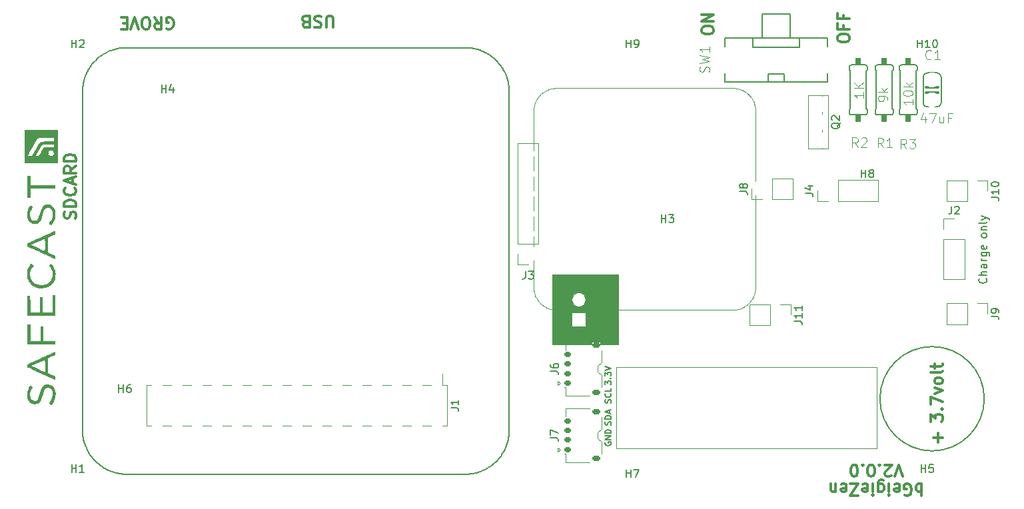
<source format=gto>
G04 #@! TF.GenerationSoftware,KiCad,Pcbnew,6.99.0-unknown-fe82f2dd40~146~ubuntu20.04.1*
G04 #@! TF.CreationDate,2022-02-10T10:28:43+09:00*
G04 #@! TF.ProjectId,bGeigieZen V2,62476569-6769-4655-9a65-6e2056322e6b,V2.0.0*
G04 #@! TF.SameCoordinates,PX563e908PY447d14c*
G04 #@! TF.FileFunction,Legend,Top*
G04 #@! TF.FilePolarity,Positive*
%FSLAX46Y46*%
G04 Gerber Fmt 4.6, Leading zero omitted, Abs format (unit mm)*
G04 Created by KiCad (PCBNEW 6.99.0-unknown-fe82f2dd40~146~ubuntu20.04.1) date 2022-02-10 10:28:43*
%MOMM*%
%LPD*%
G01*
G04 APERTURE LIST*
G04 Aperture macros list*
%AMRoundRect*
0 Rectangle with rounded corners*
0 $1 Rounding radius*
0 $2 $3 $4 $5 $6 $7 $8 $9 X,Y pos of 4 corners*
0 Add a 4 corners polygon primitive as box body*
4,1,4,$2,$3,$4,$5,$6,$7,$8,$9,$2,$3,0*
0 Add four circle primitives for the rounded corners*
1,1,$1+$1,$2,$3*
1,1,$1+$1,$4,$5*
1,1,$1+$1,$6,$7*
1,1,$1+$1,$8,$9*
0 Add four rect primitives between the rounded corners*
20,1,$1+$1,$2,$3,$4,$5,0*
20,1,$1+$1,$4,$5,$6,$7,0*
20,1,$1+$1,$6,$7,$8,$9,0*
20,1,$1+$1,$8,$9,$2,$3,0*%
G04 Aperture macros list end*
%ADD10C,0.078091*%
%ADD11C,0.150176*%
%ADD12C,0.120000*%
%ADD13C,0.200000*%
%ADD14C,0.300000*%
%ADD15C,0.150000*%
%ADD16C,0.120650*%
%ADD17C,0.096520*%
%ADD18C,0.152400*%
%ADD19C,0.127000*%
%ADD20C,0.304800*%
%ADD21C,1.879600*%
%ADD22C,3.200000*%
%ADD23R,1.000000X3.150000*%
%ADD24R,1.700000X1.700000*%
%ADD25O,1.700000X1.700000*%
%ADD26C,3.203200*%
%ADD27R,1.800000X1.717500*%
%ADD28O,1.800000X1.717500*%
%ADD29C,1.700000*%
%ADD30RoundRect,0.150000X0.275000X-0.150000X0.275000X0.150000X-0.275000X0.150000X-0.275000X-0.150000X0*%
%ADD31RoundRect,0.187500X0.362500X-0.187500X0.362500X0.187500X-0.362500X0.187500X-0.362500X-0.187500X0*%
%ADD32C,2.743200*%
G04 APERTURE END LIST*
D10*
X88983342Y-5661396D02*
X88983342Y-5661396D01*
X64705715Y-6010065D02*
X64705715Y-6010065D01*
X91428856Y-31089957D02*
X91428856Y-31089957D01*
X90823535Y-6742910D02*
X90781561Y-6689645D01*
D11*
X55418480Y-554467D02*
X55418480Y-554467D01*
X56185219Y-728310D02*
X56185219Y-728310D01*
D10*
X90318285Y-33201330D02*
X90371558Y-33159364D01*
D11*
X6837151Y-3009927D02*
X6837151Y-3009927D01*
X6321861Y-51178384D02*
X6480156Y-51541589D01*
D10*
X64084247Y-32952748D02*
X64084247Y-32952748D01*
X65075370Y-5830895D02*
X64886496Y-5913216D01*
D11*
X10903709Y-54658242D02*
X11034081Y-54670663D01*
D10*
X89856628Y-33495115D02*
X89856628Y-33495115D01*
D11*
X57156853Y-1128747D02*
X56920921Y-1010796D01*
X60112083Y-49585915D02*
X60112083Y-49585915D01*
X58286797Y-53264443D02*
X58479256Y-53084390D01*
D10*
X63740427Y-32529819D02*
X63779163Y-32586321D01*
X64208534Y-6368414D02*
X64208534Y-6368414D01*
D11*
X57271706Y-1190850D02*
X57156853Y-1128747D01*
X59786140Y-4121240D02*
X59786140Y-4121240D01*
X55157722Y-520318D02*
X55027336Y-507897D01*
D10*
X89448228Y-5772782D02*
X89382046Y-5751795D01*
D11*
X8234062Y-53633843D02*
X8234062Y-53633843D01*
D10*
X65043093Y-33595194D02*
X65107648Y-33619410D01*
D11*
X6632286Y-3348290D02*
X6570183Y-3463143D01*
X55027336Y-507897D02*
X55027336Y-507897D01*
X6101463Y-4686211D02*
X6070396Y-4813485D01*
D10*
X64182700Y-33046368D02*
X64182700Y-33046368D01*
X64676658Y-33412794D02*
X64676658Y-33412794D01*
D11*
X59038017Y-2739861D02*
X59038017Y-2739861D01*
D10*
X64796105Y-33478976D02*
X64796105Y-33478976D01*
X91288422Y-31826031D02*
X91288422Y-31826031D01*
X89185118Y-5700141D02*
X89185118Y-5700141D01*
X65937350Y-5633959D02*
X65801764Y-5646876D01*
D11*
X58237129Y-1870660D02*
X58137795Y-1786858D01*
X60124504Y-5788216D02*
X60118294Y-5657830D01*
D10*
X91432085Y-31020545D02*
X91433704Y-30918848D01*
D11*
X59522285Y-3522118D02*
X59522285Y-3522118D01*
X11297936Y-54686181D02*
X11297936Y-54686181D01*
D10*
X63249705Y-30986640D02*
X63252927Y-31056052D01*
X65532179Y-5692071D02*
X65532179Y-5692071D01*
D11*
X8181297Y-1581963D02*
X8181297Y-1581963D01*
D10*
X64503939Y-33303027D02*
X64560433Y-33340153D01*
X91162516Y-32142414D02*
X91162516Y-32142414D01*
X64061650Y-6512085D02*
X64014836Y-6560510D01*
X90621759Y-32926921D02*
X90621759Y-32926921D01*
D11*
X8904564Y-54049813D02*
X9140495Y-54167779D01*
X5940025Y-5723031D02*
X5933800Y-5856500D01*
D10*
X63990619Y-32852661D02*
X64084247Y-32952748D01*
X64589489Y-6079477D02*
X64531376Y-6118221D01*
D11*
X57665947Y-53745599D02*
X57665947Y-53745599D01*
D10*
X89017238Y-33772762D02*
X89017238Y-33772762D01*
D11*
X9624748Y-54366448D02*
X9624748Y-54366448D01*
D10*
X63614521Y-7114184D02*
X63582227Y-7173908D01*
X63346554Y-31661380D02*
X63346554Y-31661380D01*
X89051135Y-5672695D02*
X89051135Y-5672695D01*
D11*
X10577751Y-563775D02*
X10577751Y-563775D01*
D10*
X90737977Y-6637991D02*
X90737977Y-6637991D01*
D11*
X8563103Y-53854241D02*
X8674858Y-53922540D01*
D10*
X64208534Y-6368414D02*
X64108464Y-6462042D01*
X88746050Y-33805047D02*
X88746050Y-33805047D01*
X64796105Y-33478976D02*
X64918790Y-33540318D01*
D11*
X56983009Y-54139840D02*
X57097878Y-54080850D01*
X55157722Y-520318D02*
X55157722Y-520318D01*
D10*
X90621759Y-32926921D02*
X90668573Y-32878488D01*
X91162516Y-32142414D02*
X91189954Y-32081072D01*
D11*
X7631828Y-53127847D02*
X7631828Y-53127847D01*
D10*
X64980124Y-33567756D02*
X65043093Y-33595194D01*
D11*
X57774590Y-53671090D02*
X57880135Y-53596597D01*
X10127647Y-54518548D02*
X10127647Y-54518548D01*
X58187462Y-53351357D02*
X58286797Y-53264443D01*
D10*
X65801764Y-5646876D02*
X65801764Y-5646876D01*
X63301359Y-31462834D02*
X63301359Y-31462834D01*
X89640324Y-5843804D02*
X89575752Y-5819596D01*
D11*
X59609200Y-51479501D02*
X59609200Y-51479501D01*
D10*
X65835661Y-33795359D02*
X65903454Y-33801818D01*
X90574945Y-32976956D02*
X90574945Y-32976956D01*
X63945424Y-32801007D02*
X63990619Y-32852661D01*
X63632263Y-32355489D02*
X63666159Y-32413602D01*
X63817900Y-32641205D02*
X63859874Y-32696088D01*
D11*
X59152870Y-52277291D02*
X59152870Y-52277291D01*
D10*
X66074555Y-5627500D02*
X66074555Y-5627500D01*
D11*
X59429146Y-51830285D02*
X59491234Y-51715417D01*
D10*
X89545085Y-33632328D02*
X89608038Y-33608111D01*
D11*
X6275291Y-51057320D02*
X6275291Y-51057320D01*
X5933800Y-5856500D02*
X5933800Y-5856500D01*
X58336464Y-1960687D02*
X58336464Y-1960687D01*
D10*
X65498283Y-33738865D02*
X65566076Y-33753385D01*
D11*
X59187019Y-2954049D02*
X59187019Y-2954049D01*
D10*
X63406286Y-31858317D02*
X63406286Y-31858317D01*
X63259385Y-8281249D02*
X63254545Y-8349050D01*
D11*
X9876183Y-54450250D02*
X10000389Y-54484399D01*
X60127602Y-49322060D02*
X60127602Y-49322060D01*
D10*
X65399831Y-5724349D02*
X65399831Y-5724349D01*
D11*
X58137795Y-1786858D02*
X58035347Y-1703042D01*
X5943138Y-49520730D02*
X5967979Y-49781487D01*
D10*
X90781561Y-6689645D02*
X90781561Y-6689645D01*
X90179462Y-6135979D02*
X90179462Y-6135979D01*
X91432085Y-31020545D02*
X91432085Y-31020545D01*
X91265824Y-31890594D02*
X91288422Y-31826031D01*
X64311843Y-6279642D02*
X64260204Y-6323219D01*
X90884869Y-32613759D02*
X90884869Y-32613759D01*
D11*
X7923637Y-53391717D02*
X8026085Y-53475533D01*
X56983009Y-54139840D02*
X56983009Y-54139840D01*
X6539146Y-51656442D02*
X6539146Y-51656442D01*
X57880135Y-53596597D02*
X57880135Y-53596597D01*
X59075264Y-52385934D02*
X59152870Y-52277291D01*
X7873985Y-1827203D02*
X7774620Y-1914117D01*
D10*
X91230309Y-7453165D02*
X91147988Y-7264307D01*
X90449039Y-6345817D02*
X90397385Y-6302240D01*
D11*
X56557732Y-858697D02*
X56436668Y-812127D01*
X59429146Y-51830285D02*
X59429146Y-51830285D01*
D10*
X91394959Y-8043965D02*
X91382049Y-7976164D01*
D11*
X56061058Y-694161D02*
X56061058Y-694161D01*
X60065529Y-49977044D02*
X60065529Y-49977044D01*
D10*
X91344924Y-31629095D02*
X91361063Y-31562912D01*
D11*
X9441612Y-880425D02*
X9441612Y-880425D01*
D10*
X63779163Y-32586321D02*
X63779163Y-32586321D01*
D11*
X11229637Y-495492D02*
X11099266Y-501702D01*
X6030052Y-50172616D02*
X6054894Y-50299889D01*
D10*
X90344112Y-6258655D02*
X90290848Y-6216689D01*
X64260204Y-6323219D02*
X64208534Y-6368414D01*
X90549118Y-6439444D02*
X90500693Y-6392630D01*
X63566088Y-32234423D02*
X63598366Y-32295765D01*
D11*
X8286827Y-1507470D02*
X8286827Y-1507470D01*
X58088127Y-53435174D02*
X58088127Y-53435174D01*
X8563103Y-53854241D02*
X8563103Y-53854241D01*
X9379540Y-54273309D02*
X9379540Y-54273309D01*
D10*
X63273906Y-8145663D02*
X63273906Y-8145663D01*
D11*
X10254906Y-54549600D02*
X10254906Y-54549600D01*
X60121391Y-49455544D02*
X60127602Y-49322060D01*
X55027336Y-507897D02*
X54896965Y-498589D01*
D10*
X91034991Y-32384545D02*
X91034991Y-32384545D01*
X89512800Y-5795380D02*
X89448228Y-5772782D01*
D11*
X11493492Y-54689278D02*
X54698296Y-54689278D01*
D10*
X89415950Y-33675904D02*
X89415950Y-33675904D01*
X91427245Y-8315145D02*
X91427245Y-8315145D01*
D11*
X7184837Y-52646691D02*
X7184837Y-52646691D01*
X55995873Y-54503030D02*
X55995873Y-54503030D01*
X54698296Y-54689278D02*
X54831779Y-54683068D01*
D10*
X65801764Y-5646876D02*
X65666163Y-5666236D01*
X89640324Y-5843804D02*
X89640324Y-5843804D01*
X90981727Y-6967284D02*
X90942982Y-6909179D01*
D11*
X58749321Y-52795693D02*
X58749321Y-52795693D01*
D10*
X90574945Y-32976956D02*
X90621759Y-32926921D01*
D11*
X54831779Y-54683068D02*
X54831779Y-54683068D01*
X6054894Y-50299889D02*
X6054894Y-50299889D01*
X58916954Y-52593926D02*
X58997658Y-52491479D01*
X6908531Y-2901269D02*
X6908531Y-2901269D01*
D10*
X63701674Y-32471714D02*
X63701674Y-32471714D01*
X88779947Y-5637180D02*
X88712154Y-5632340D01*
X65043093Y-33595194D02*
X65043093Y-33595194D01*
D11*
X8026085Y-53475533D02*
X8128502Y-53556237D01*
D10*
X89051135Y-5672695D02*
X88983342Y-5661396D01*
X89545085Y-33632328D02*
X89545085Y-33632328D01*
D11*
X59714745Y-51240472D02*
X59714745Y-51240472D01*
D10*
X64365115Y-6237668D02*
X64365115Y-6237668D01*
X65235173Y-33666224D02*
X65301347Y-33687203D01*
X91147988Y-7264307D02*
X91147988Y-7264307D01*
X90093912Y-33359521D02*
X90093912Y-33359521D01*
X63838879Y-6770356D02*
X63838879Y-6770356D01*
X91336846Y-7777626D02*
X91336846Y-7777626D01*
X91309409Y-31759849D02*
X91309409Y-31759849D01*
D11*
X8234062Y-53633843D02*
X8342705Y-53711449D01*
D10*
X63406286Y-31858317D02*
X63428884Y-31922880D01*
X63968022Y-6612164D02*
X63968022Y-6612164D01*
X64134283Y-32999554D02*
X64134283Y-32999554D01*
D11*
X10642937Y-54624093D02*
X10642937Y-54624093D01*
D10*
X88779947Y-5637180D02*
X88779947Y-5637180D01*
D11*
X58525826Y-2140740D02*
X58429588Y-2050713D01*
D10*
X90884869Y-32613759D02*
X90925225Y-32557265D01*
D11*
X7923637Y-53391717D02*
X7923637Y-53391717D01*
X10127647Y-54518548D02*
X10254906Y-54549600D01*
X9686852Y-790398D02*
X9686852Y-790398D01*
X6210106Y-4307488D02*
X6210106Y-4307488D01*
D10*
X65365934Y-33704961D02*
X65432109Y-33722718D01*
D11*
X5961754Y-5462273D02*
X5961754Y-5462273D01*
X59395012Y-3289300D02*
X59329811Y-3177544D01*
X57097878Y-54080850D02*
X57215828Y-54018761D01*
X59661964Y-51361535D02*
X59714745Y-51240472D01*
D10*
X89575752Y-5819596D02*
X89512800Y-5795380D01*
X90802548Y-32721915D02*
X90802548Y-32721915D01*
X64826780Y-5943883D02*
X64826780Y-5943883D01*
X63880853Y-6717091D02*
X63880853Y-6717091D01*
D11*
X59891686Y-50743798D02*
X59891686Y-50743798D01*
X58833138Y-52696359D02*
X58916954Y-52593926D01*
D10*
X89151221Y-33746935D02*
X89283586Y-33714649D01*
D11*
X57827370Y-1544732D02*
X57827370Y-1544732D01*
D10*
X91085035Y-7143241D02*
X91051138Y-7083509D01*
X63582227Y-7173908D02*
X63582227Y-7173908D01*
D11*
X57985680Y-53515878D02*
X57985680Y-53515878D01*
X59869957Y-4369592D02*
X59829597Y-4245416D01*
X5936913Y-49390344D02*
X5943138Y-49520730D01*
X7144463Y-2584649D02*
X7144463Y-2584649D01*
D10*
X91361063Y-31562912D02*
X91375591Y-31495119D01*
X65903454Y-33801818D02*
X65971247Y-33806658D01*
D11*
X60018959Y-50234704D02*
X60043785Y-50107430D01*
D10*
X64447444Y-33262672D02*
X64447444Y-33262672D01*
D11*
X56374580Y-54388177D02*
X56498756Y-54344720D01*
X56185219Y-728310D02*
X56061058Y-694161D01*
X59807869Y-50995232D02*
X59807869Y-50995232D01*
X59152870Y-52277291D02*
X59224266Y-52168649D01*
X7824303Y-53307900D02*
X7923637Y-53391717D01*
D10*
X64474882Y-6156958D02*
X64420007Y-6195694D01*
D11*
X10385277Y-54577523D02*
X10385277Y-54577523D01*
D10*
X88983342Y-5661396D02*
X88915541Y-5651716D01*
X91388500Y-31428937D02*
X91388500Y-31428937D01*
D11*
X7535606Y-53037835D02*
X7535606Y-53037835D01*
X8904564Y-54049813D02*
X8904564Y-54049813D01*
D10*
X90371558Y-33159364D02*
X90371558Y-33159364D01*
X66005143Y-5630729D02*
X65937350Y-5633959D01*
X63288442Y-31395041D02*
X63301359Y-31462834D01*
X65267450Y-5763094D02*
X65202895Y-5784081D01*
D11*
X10447380Y-588616D02*
X10447380Y-588616D01*
X7492149Y-2190408D02*
X7402123Y-2283532D01*
D10*
X65399831Y-5724349D02*
X65267450Y-5763094D01*
X88712154Y-5632340D02*
X88642742Y-5629119D01*
D11*
X55222908Y-54652032D02*
X55222908Y-54652032D01*
D10*
X91101174Y-32265090D02*
X91101174Y-32265090D01*
D11*
X9748924Y-54409905D02*
X9748924Y-54409905D01*
X6697472Y-3233422D02*
X6697472Y-3233422D01*
X7402123Y-2283532D02*
X7312096Y-2382867D01*
D10*
X65075370Y-5830895D02*
X65075370Y-5830895D01*
D11*
X58876595Y-2531869D02*
X58792778Y-2432534D01*
D10*
X65598370Y-5679154D02*
X65532179Y-5692071D01*
D11*
X7873985Y-1827203D02*
X7873985Y-1827203D01*
X58187462Y-53351357D02*
X58187462Y-53351357D01*
X8128502Y-53556237D02*
X8128502Y-53556237D01*
X6539146Y-51656442D02*
X6601219Y-51774407D01*
X60099663Y-49716287D02*
X60099663Y-49716287D01*
X8789696Y-53987725D02*
X8789696Y-53987725D01*
D10*
X91189954Y-32081072D02*
X91217399Y-32018119D01*
D11*
X59038017Y-2739861D02*
X58957314Y-2634301D01*
X59522285Y-3522118D02*
X59460197Y-3404168D01*
X6275291Y-51057320D02*
X6321861Y-51178384D01*
D10*
X65301347Y-33687203D02*
X65301347Y-33687203D01*
D11*
X9810997Y-750039D02*
X9686852Y-790398D01*
X60130714Y-5921700D02*
X60124504Y-5788216D01*
X8618980Y-1290185D02*
X8618980Y-1290185D01*
D10*
X63294900Y-8010061D02*
X63283602Y-8077862D01*
X89117317Y-5685613D02*
X89117317Y-5685613D01*
X63859874Y-32696088D02*
X63901847Y-32749353D01*
D11*
X60065529Y-49977044D02*
X60084145Y-49846673D01*
X5933800Y-5856500D02*
X5930717Y-6052087D01*
D10*
X91424015Y-31157750D02*
X91424015Y-31157750D01*
X90802548Y-32721915D02*
X90844514Y-32668642D01*
D11*
X8075737Y-1662682D02*
X7973290Y-1743401D01*
X55614037Y-54589944D02*
X55614037Y-54589944D01*
X58997658Y-52491479D02*
X58997658Y-52491479D01*
X59261528Y-3065789D02*
X59187019Y-2954049D01*
X59395012Y-3289300D02*
X59395012Y-3289300D01*
D10*
X90006742Y-6026212D02*
X90006742Y-6026212D01*
D11*
X6116966Y-50554437D02*
X6191460Y-50808984D01*
X58336464Y-1960687D02*
X58237129Y-1870660D01*
X57554192Y-53820092D02*
X57554192Y-53820092D01*
X6054894Y-50299889D02*
X6116966Y-50554437D01*
X6948906Y-52333169D02*
X7023399Y-52438714D01*
D10*
X91361063Y-31562912D02*
X91361063Y-31562912D01*
X91147988Y-7264307D02*
X91117320Y-7204575D01*
X91051138Y-7083509D02*
X91017234Y-7025397D01*
X63683932Y-6996340D02*
X63648417Y-7054453D01*
D11*
X6116966Y-50554437D02*
X6116966Y-50554437D01*
X60093452Y-5397088D02*
X60056206Y-5136330D01*
D10*
X91327166Y-31695277D02*
X91327166Y-31695277D01*
X88881644Y-33792130D02*
X88881644Y-33792130D01*
D11*
X5930717Y-49256860D02*
X5936913Y-49390344D01*
X60018959Y-50234704D02*
X60018959Y-50234704D01*
X60056206Y-5136330D02*
X60056206Y-5136330D01*
D10*
X89415950Y-33675904D02*
X89480514Y-33654925D01*
X90781561Y-6689645D02*
X90737977Y-6637991D01*
X90925225Y-32557265D02*
X90925225Y-32557265D01*
X64676658Y-33412794D02*
X64736374Y-33446691D01*
D11*
X57610069Y-1395715D02*
X57498314Y-1324319D01*
D10*
X63441801Y-7485451D02*
X63417585Y-7548404D01*
X90692781Y-6586337D02*
X90692781Y-6586337D01*
X64182700Y-33046368D02*
X64234369Y-33093182D01*
D11*
X60031380Y-5005944D02*
X60031380Y-5005944D01*
D10*
X63251308Y-8418453D02*
X63249705Y-8520159D01*
D11*
X6874413Y-52224511D02*
X6948906Y-52333169D01*
D10*
X90208519Y-33282040D02*
X90208519Y-33282040D01*
X65971247Y-33806658D02*
X65971247Y-33806658D01*
D11*
X9562675Y-833855D02*
X9562675Y-833855D01*
X58997658Y-52491479D02*
X59075264Y-52385934D01*
X59187019Y-2954049D02*
X59112526Y-2845391D01*
D10*
X91288422Y-31826031D02*
X91309409Y-31759849D01*
X90981727Y-6967284D02*
X90981727Y-6967284D01*
D11*
X5930717Y-6052087D02*
X5930717Y-6052087D01*
D10*
X65632266Y-33766303D02*
X65632266Y-33766303D01*
D11*
X57718712Y-1467126D02*
X57718712Y-1467126D01*
D10*
X64886496Y-5913216D02*
X64886496Y-5913216D01*
D11*
X9503685Y-54319878D02*
X9624748Y-54366448D01*
X58957314Y-2634301D02*
X58876595Y-2531869D01*
X57498314Y-1324319D02*
X57386559Y-1256036D01*
D10*
X63269081Y-31259447D02*
X63288442Y-31395041D01*
D11*
X6765770Y-3121667D02*
X6765770Y-3121667D01*
X5936913Y-49390344D02*
X5936913Y-49390344D01*
D10*
X63265844Y-8213456D02*
X63259385Y-8281249D01*
D11*
X6231834Y-50933160D02*
X6275291Y-51057320D01*
D10*
X91277123Y-7580690D02*
X91254525Y-7516118D01*
X91427245Y-8315145D02*
X91414327Y-8179559D01*
D11*
X6191460Y-50808984D02*
X6231834Y-50933160D01*
X10254906Y-54549600D02*
X10385277Y-54577523D01*
D10*
X91117320Y-7204575D02*
X91085035Y-7143241D01*
D11*
X55995873Y-54503030D02*
X56250420Y-54428521D01*
X10385277Y-54577523D02*
X10512566Y-54602364D01*
D10*
X63314277Y-31529016D02*
X63346554Y-31661380D01*
D11*
X59491234Y-51715417D02*
X59609200Y-51479501D01*
X56498756Y-54344720D02*
X56619820Y-54298150D01*
X7724937Y-53217873D02*
X7724937Y-53217873D01*
X7973290Y-1743401D02*
X7973290Y-1743401D01*
X60121391Y-49455544D02*
X60121391Y-49455544D01*
D10*
X91241608Y-31953555D02*
X91265824Y-31890594D01*
D11*
X7631828Y-53127847D02*
X7724937Y-53217873D01*
X60124504Y-5788216D02*
X60124504Y-5788216D01*
X60118294Y-5657830D02*
X60093452Y-5397088D01*
X10642937Y-54624093D02*
X10773338Y-54642724D01*
X59925835Y-50619622D02*
X59925835Y-50619622D01*
X6799889Y-52112771D02*
X6874413Y-52224511D01*
X56557732Y-858697D02*
X56557732Y-858697D01*
X8128502Y-53556237D02*
X8234062Y-53633843D01*
D10*
X63301359Y-31462834D02*
X63314277Y-31529016D01*
X90715379Y-32826834D02*
X90715379Y-32826834D01*
X91034991Y-32384545D02*
X91068888Y-32324822D01*
X65666163Y-5666236D02*
X65666163Y-5666236D01*
D11*
X54962151Y-54676873D02*
X55222908Y-54652032D01*
X7402123Y-2283532D02*
X7402123Y-2283532D01*
D10*
X63798539Y-6825239D02*
X63798539Y-6825239D01*
X89796897Y-33525790D02*
X89796897Y-33525790D01*
X88881644Y-33792130D02*
X89017238Y-33772762D01*
X64531376Y-6118221D02*
X64474882Y-6156958D01*
X91414327Y-8179559D02*
X91414327Y-8179559D01*
X63493439Y-7357927D02*
X63493439Y-7357927D01*
X91433704Y-30918848D02*
X91433704Y-8452358D01*
D11*
X57827370Y-1544732D02*
X57718712Y-1467126D01*
D10*
X63385291Y-31793745D02*
X63385291Y-31793745D01*
D11*
X57330681Y-53953576D02*
X57330681Y-53953576D01*
X5949333Y-5592645D02*
X5949333Y-5592645D01*
D10*
X90500693Y-6392630D02*
X90500693Y-6392630D01*
D11*
X60130714Y-49126489D02*
X60130714Y-5921700D01*
D10*
X63582227Y-7173908D02*
X63520893Y-7296584D01*
D11*
X7582176Y-2094170D02*
X7492149Y-2190408D01*
D10*
X65767868Y-33787290D02*
X65767868Y-33787290D01*
D11*
X55741325Y-54565118D02*
X55995873Y-54503030D01*
D10*
X64886496Y-5913216D02*
X64826780Y-5943883D01*
X90423212Y-33115779D02*
X90474866Y-33070584D01*
D11*
X56312492Y-768670D02*
X56185219Y-728310D01*
X10512566Y-54602364D02*
X10512566Y-54602364D01*
D10*
X90152024Y-33320785D02*
X90208519Y-33282040D01*
D11*
X56250420Y-54428521D02*
X56250420Y-54428521D01*
D10*
X90093912Y-33359521D02*
X90152024Y-33320785D01*
X63945424Y-32801007D02*
X63945424Y-32801007D01*
D11*
X6005211Y-50042245D02*
X6030052Y-50172616D01*
X6135582Y-4558938D02*
X6135582Y-4558938D01*
X10000389Y-54484399D02*
X10000389Y-54484399D01*
D10*
X63259385Y-8281249D02*
X63259385Y-8281249D01*
X65700059Y-33777602D02*
X65700059Y-33777602D01*
X64286023Y-33136766D02*
X64339296Y-33180351D01*
D11*
X6731590Y-52001016D02*
X6799889Y-52112771D01*
D10*
X63254545Y-8349050D02*
X63251308Y-8418453D01*
D11*
X55806511Y-628976D02*
X55806511Y-628976D01*
D10*
X91433704Y-8452358D02*
X91433704Y-8452358D01*
X64014836Y-6560510D02*
X64014836Y-6560510D01*
D11*
X7824303Y-53307900D02*
X7824303Y-53307900D01*
X56619820Y-54298150D02*
X56983009Y-54139840D01*
D10*
X89917963Y-33462829D02*
X89977686Y-33428933D01*
D11*
X59112526Y-2845391D02*
X59038017Y-2739861D01*
D10*
X65202895Y-5784081D02*
X65202895Y-5784081D01*
D11*
X10838524Y-526543D02*
X10838524Y-526543D01*
D10*
X91068888Y-32324822D02*
X91068888Y-32324822D01*
D11*
X6399437Y-3817025D02*
X6346672Y-3938088D01*
X6731590Y-52001016D02*
X6731590Y-52001016D01*
X10065575Y-675530D02*
X10065575Y-675530D01*
D10*
X66142348Y-33811498D02*
X66142348Y-33811498D01*
X63924445Y-6663818D02*
X63924445Y-6663818D01*
X91117320Y-7204575D02*
X91117320Y-7204575D01*
X90999484Y-32442658D02*
X91034991Y-32384545D01*
X91068888Y-32324822D02*
X91101174Y-32265090D01*
D11*
X56619820Y-54298150D02*
X56619820Y-54298150D01*
D10*
X63614521Y-7114184D02*
X63614521Y-7114184D01*
X63721050Y-6938235D02*
X63721050Y-6938235D01*
D11*
X11297936Y-54686181D02*
X11493492Y-54689278D01*
D10*
X90904246Y-6852677D02*
X90904246Y-6852677D01*
X64560433Y-33340153D02*
X64618545Y-33377279D01*
D11*
X11099266Y-501702D02*
X11099266Y-501702D01*
X6948906Y-52333169D02*
X6948906Y-52333169D01*
D10*
X91369132Y-7909990D02*
X91369132Y-7909990D01*
D11*
X5930717Y-6052087D02*
X5930717Y-49256860D01*
D12*
X73981171Y-38204844D02*
X65599171Y-38204844D01*
X65599171Y-38204844D02*
X65599171Y-29314844D01*
X65599171Y-29314844D02*
X73981171Y-29314844D01*
X73981171Y-29314844D02*
X73981171Y-38204844D01*
G36*
X73981171Y-38204844D02*
G01*
X65599171Y-38204844D01*
X65599171Y-29314844D01*
X73981171Y-29314844D01*
X73981171Y-38204844D01*
G37*
D10*
X89151221Y-33746935D02*
X89151221Y-33746935D01*
D11*
X6601219Y-51774407D02*
X6601219Y-51774407D01*
D10*
X64531376Y-6118221D02*
X64531376Y-6118221D01*
D11*
X56498756Y-54344720D02*
X56498756Y-54344720D01*
X58237129Y-1870660D02*
X58237129Y-1870660D01*
D10*
X89117317Y-5685613D02*
X89051135Y-5672695D01*
X63346554Y-31661380D02*
X63385291Y-31793745D01*
D11*
X5967979Y-49781487D02*
X6005211Y-50042245D01*
D10*
X91254525Y-7516118D02*
X91254525Y-7516118D01*
D11*
X59295677Y-52056893D02*
X59295677Y-52056893D01*
X56802971Y-958032D02*
X56802971Y-958032D01*
D10*
X88541045Y-5627500D02*
X66074555Y-5627500D01*
D11*
X59460197Y-3404168D02*
X59460197Y-3404168D01*
D10*
X63566088Y-32234423D02*
X63566088Y-32234423D01*
X90263402Y-33243304D02*
X90263402Y-33243304D01*
X63466002Y-7420879D02*
X63441801Y-7485451D01*
D11*
X6231834Y-50933160D02*
X6231834Y-50933160D01*
D10*
X63441801Y-7485451D02*
X63441801Y-7485451D01*
D11*
X6346672Y-3938088D02*
X6300133Y-4062264D01*
D10*
X63256164Y-31123853D02*
X63256164Y-31123853D01*
D11*
X7355553Y-52845361D02*
X7535606Y-53037835D01*
D10*
X90064855Y-6061719D02*
X90064855Y-6061719D01*
D11*
X59581261Y-3636987D02*
X59522285Y-3522118D01*
X6005211Y-50042245D02*
X6005211Y-50042245D01*
D10*
X89796897Y-33525790D02*
X89856628Y-33495115D01*
D11*
X56920921Y-1010796D02*
X56920921Y-1010796D01*
X59295677Y-52056893D02*
X59363960Y-51945138D01*
D10*
X90152024Y-33320785D02*
X90152024Y-33320785D01*
D11*
X57880135Y-53596597D02*
X57985680Y-53515878D01*
D10*
X89480514Y-33654925D02*
X89480514Y-33654925D01*
X89283586Y-33714649D02*
X89415950Y-33675904D01*
X64260204Y-6323219D02*
X64260204Y-6323219D01*
X63288442Y-31395041D02*
X63288442Y-31395041D01*
X89764611Y-5898688D02*
X89703277Y-5871250D01*
X90064855Y-6061719D02*
X90006742Y-6026212D01*
D11*
X58035347Y-1703042D02*
X57932915Y-1622338D01*
X6632286Y-3348290D02*
X6632286Y-3348290D01*
D10*
X88642742Y-5629119D02*
X88642742Y-5629119D01*
X90758964Y-32775180D02*
X90802548Y-32721915D01*
D11*
X60006538Y-4878686D02*
X60006538Y-4878686D01*
X60130714Y-5921700D02*
X60130714Y-5921700D01*
X60043785Y-50107430D02*
X60043785Y-50107430D01*
D10*
X65632266Y-33766303D02*
X65700059Y-33777602D01*
D11*
X59851326Y-50871072D02*
X59891686Y-50743798D01*
D10*
X64108464Y-6462042D02*
X64061650Y-6512085D01*
X90474866Y-33070584D02*
X90474866Y-33070584D01*
X91254525Y-7516118D02*
X91230309Y-7453165D01*
X63466002Y-7420879D02*
X63466002Y-7420879D01*
D11*
X9379540Y-54273309D02*
X9503685Y-54319878D01*
X6191460Y-50808984D02*
X6191460Y-50808984D01*
D10*
X64589489Y-6079477D02*
X64589489Y-6079477D01*
X63817900Y-32641205D02*
X63817900Y-32641205D01*
D11*
X7228294Y-2482201D02*
X7144463Y-2584649D01*
X6017632Y-5071130D02*
X5995903Y-5201516D01*
X8075737Y-1662682D02*
X8075737Y-1662682D01*
X57156853Y-1128747D02*
X57156853Y-1128747D01*
D10*
X65432109Y-33722718D02*
X65498283Y-33738865D01*
D11*
X7312096Y-2382867D02*
X7228294Y-2482201D01*
X6070396Y-4813485D02*
X6042442Y-4943871D01*
X57271706Y-1190850D02*
X57271706Y-1190850D01*
D10*
X89917963Y-33462829D02*
X89917963Y-33462829D01*
D11*
X59925835Y-50619622D02*
X59959984Y-50492349D01*
D10*
X63740427Y-32529819D02*
X63740427Y-32529819D01*
D11*
X60043785Y-50107430D02*
X60065529Y-49977044D01*
D10*
X63453100Y-31985833D02*
X63453100Y-31985833D01*
D11*
X60093452Y-5397088D02*
X60093452Y-5397088D01*
D10*
X89283586Y-33714649D02*
X89283586Y-33714649D01*
D11*
X59739571Y-4000176D02*
X59739571Y-4000176D01*
D10*
X65700059Y-33777602D02*
X65767868Y-33787290D01*
X89448228Y-5772782D02*
X89448228Y-5772782D01*
X64286023Y-33136766D02*
X64286023Y-33136766D01*
D11*
X60056206Y-5136330D02*
X60031380Y-5005944D01*
X54962151Y-54676873D02*
X54962151Y-54676873D01*
D10*
X64647602Y-6043970D02*
X64647602Y-6043970D01*
X63338493Y-7809903D02*
X63338493Y-7809903D01*
D11*
X5977257Y-5331902D02*
X5961754Y-5462273D01*
D10*
X90035799Y-33395036D02*
X90093912Y-33359521D01*
X63265844Y-8213456D02*
X63265844Y-8213456D01*
X88847748Y-5643639D02*
X88779947Y-5637180D01*
D11*
X6570183Y-3463143D02*
X6570183Y-3463143D01*
D10*
X91085035Y-7143241D02*
X91085035Y-7143241D01*
D11*
X9562675Y-833855D02*
X9441612Y-880425D01*
X55933784Y-660012D02*
X55933784Y-660012D01*
X6017632Y-5071130D02*
X6017632Y-5071130D01*
D10*
X65666163Y-5666236D02*
X65598370Y-5679154D01*
X90006742Y-6026212D02*
X89947019Y-5992316D01*
X63758168Y-6881733D02*
X63758168Y-6881733D01*
X91241608Y-31953555D02*
X91241608Y-31953555D01*
X90035799Y-33395036D02*
X90035799Y-33395036D01*
X89977686Y-33428933D02*
X89977686Y-33428933D01*
X90122968Y-6098845D02*
X90122968Y-6098845D01*
X89085031Y-33759844D02*
X89085031Y-33759844D01*
X63901847Y-32749353D02*
X63901847Y-32749353D01*
X63254545Y-8349050D02*
X63254545Y-8349050D01*
D11*
X6601219Y-51774407D02*
X6666405Y-51889260D01*
D10*
X66005143Y-5630729D02*
X66005143Y-5630729D01*
X63648417Y-7054453D02*
X63614521Y-7114184D01*
X63256164Y-31123853D02*
X63269081Y-31259447D01*
X89608038Y-33608111D02*
X89796897Y-33525790D01*
D11*
X55548851Y-576196D02*
X55548851Y-576196D01*
D10*
X88746050Y-33805047D02*
X88881644Y-33792130D01*
D11*
X5949333Y-5592645D02*
X5940025Y-5723031D01*
X54896965Y-498589D02*
X54896965Y-498589D01*
X57442436Y-53888390D02*
X57442436Y-53888390D01*
D10*
X91265824Y-31890594D02*
X91265824Y-31890594D01*
D11*
X57330681Y-53953576D02*
X57442436Y-53888390D01*
D10*
X90599161Y-6486258D02*
X90549118Y-6439444D01*
X64339296Y-33180351D02*
X64339296Y-33180351D01*
X91417557Y-31225542D02*
X91424015Y-31157750D01*
D11*
X6101463Y-4686211D02*
X6101463Y-4686211D01*
X6570183Y-3463143D02*
X6452232Y-3699059D01*
X8674858Y-53922540D02*
X8674858Y-53922540D01*
D10*
X64392553Y-33222317D02*
X64392553Y-33222317D01*
X91277123Y-7580690D02*
X91277123Y-7580690D01*
X64918790Y-33540318D02*
X64980124Y-33567756D01*
D11*
X58429588Y-2050713D02*
X58336464Y-1960687D01*
X6874413Y-52224511D02*
X6874413Y-52224511D01*
X6042442Y-4943871D02*
X6017632Y-5071130D01*
D10*
X88847748Y-5643639D02*
X88847748Y-5643639D01*
D11*
X11363121Y-489282D02*
X11363121Y-489282D01*
D10*
X91382049Y-7976164D02*
X91382049Y-7976164D01*
D11*
X58792778Y-2432534D02*
X58705864Y-2333199D01*
X5977257Y-5331902D02*
X5977257Y-5331902D01*
D10*
X64705715Y-6010065D02*
X64647602Y-6043970D01*
D11*
X55806511Y-628976D02*
X55676125Y-601037D01*
D10*
X90599161Y-6486258D02*
X90599161Y-6486258D01*
X91417557Y-31225542D02*
X91417557Y-31225542D01*
D11*
X6346672Y-3938088D02*
X6346672Y-3938088D01*
D10*
X65835661Y-33795359D02*
X65835661Y-33795359D01*
D11*
X58286797Y-53264443D02*
X58286797Y-53264443D01*
X7355553Y-52845361D02*
X7355553Y-52845361D01*
D10*
X90344112Y-6258655D02*
X90344112Y-6258655D01*
X89251300Y-5716280D02*
X89185118Y-5700141D01*
X64826780Y-5943883D02*
X64765446Y-5976169D01*
D11*
X8395470Y-1432977D02*
X8286827Y-1507470D01*
D10*
X90668573Y-32878488D02*
X90715379Y-32826834D01*
X63901847Y-32749353D02*
X63945424Y-32801007D01*
D11*
X57498314Y-1324319D02*
X57498314Y-1324319D01*
D10*
X63269081Y-31259447D02*
X63269081Y-31259447D01*
D11*
X58659309Y-52895028D02*
X58749321Y-52795693D01*
X6135582Y-4558938D02*
X6101463Y-4686211D01*
D10*
X64980124Y-33567756D02*
X64980124Y-33567756D01*
D11*
X7023399Y-52438714D02*
X7023399Y-52438714D01*
X55741325Y-54565118D02*
X55741325Y-54565118D01*
X58705864Y-2333199D02*
X58525826Y-2140740D01*
D10*
X64108464Y-6462042D02*
X64108464Y-6462042D01*
X66142348Y-33811498D02*
X88608846Y-33811498D01*
X64311843Y-6279642D02*
X64311843Y-6279642D01*
D11*
X59761299Y-51116311D02*
X59807869Y-50995232D01*
D10*
X90423212Y-33115779D02*
X90423212Y-33115779D01*
D11*
X55676125Y-601037D02*
X55676125Y-601037D01*
X58525826Y-2140740D02*
X58525826Y-2140740D01*
D10*
X89317482Y-5734037D02*
X89251300Y-5716280D01*
D11*
X6210106Y-4307488D02*
X6169731Y-4434777D01*
D10*
X89575752Y-5819596D02*
X89575752Y-5819596D01*
X63385291Y-31793745D02*
X63406286Y-31858317D01*
D11*
X59261528Y-3065789D02*
X59261528Y-3065789D01*
D10*
X65138323Y-5806678D02*
X65075370Y-5830895D01*
D11*
X5961754Y-5462273D02*
X5949333Y-5592645D01*
X8342705Y-53711449D02*
X8342705Y-53711449D01*
D10*
X89512800Y-5795380D02*
X89512800Y-5795380D01*
D11*
X57386559Y-1256036D02*
X57386559Y-1256036D01*
X58916954Y-52593926D02*
X58916954Y-52593926D01*
D10*
X90397385Y-6302240D02*
X90344112Y-6258655D01*
X90371558Y-33159364D02*
X90423212Y-33115779D01*
D11*
X10512566Y-54602364D02*
X10642937Y-54624093D01*
D10*
X64420007Y-6195694D02*
X64365115Y-6237668D01*
X91344924Y-31629095D02*
X91344924Y-31629095D01*
D11*
X9140495Y-54167779D02*
X9140495Y-54167779D01*
X59944450Y-4624139D02*
X59869957Y-4369592D01*
D10*
X88915541Y-5651716D02*
X88915541Y-5651716D01*
X89856628Y-33495115D02*
X89917963Y-33462829D01*
D11*
X9503685Y-54319878D02*
X9503685Y-54319878D01*
D10*
X89947019Y-5992316D02*
X89887295Y-5960022D01*
D11*
X7774620Y-1914117D02*
X7774620Y-1914117D01*
D10*
X63924445Y-6663818D02*
X63880853Y-6717091D01*
D11*
X7063744Y-2687081D02*
X7063744Y-2687081D01*
D10*
X63294900Y-8010061D02*
X63294900Y-8010061D01*
D11*
X58659309Y-52895028D02*
X58659309Y-52895028D01*
X5967979Y-49781487D02*
X5967979Y-49781487D01*
X59112526Y-2845391D02*
X59112526Y-2845391D01*
X10773338Y-54642724D02*
X10903709Y-54658242D01*
D10*
X64061650Y-6512085D02*
X64061650Y-6512085D01*
X63493439Y-7357927D02*
X63466002Y-7420879D01*
X89947019Y-5992316D02*
X89947019Y-5992316D01*
X65138323Y-5806678D02*
X65138323Y-5806678D01*
X91101174Y-32265090D02*
X91162516Y-32142414D01*
D11*
X6765770Y-3121667D02*
X6697472Y-3233422D01*
X8395470Y-1432977D02*
X8395470Y-1432977D01*
D10*
X63428884Y-31922880D02*
X63428884Y-31922880D01*
D11*
X56250420Y-54428521D02*
X56374580Y-54388177D01*
D10*
X64647602Y-6043970D02*
X64589489Y-6079477D01*
D11*
X9078392Y-1038735D02*
X9078392Y-1038735D01*
D10*
X64736374Y-33446691D02*
X64796105Y-33478976D01*
D11*
X8181297Y-1581963D02*
X8075737Y-1662682D01*
X59609200Y-51479501D02*
X59661964Y-51361535D01*
D10*
X91424015Y-31157750D02*
X91428856Y-31089957D01*
X63417585Y-7548404D02*
X63394987Y-7612967D01*
X63968022Y-6612164D02*
X63924445Y-6663818D01*
X91336846Y-7777626D02*
X91298110Y-7645261D01*
D11*
X56802971Y-958032D02*
X56681908Y-905251D01*
X59991020Y-50365075D02*
X60018959Y-50234704D01*
D10*
X63648417Y-7054453D02*
X63648417Y-7054453D01*
D11*
X58749321Y-52795693D02*
X58833138Y-52696359D01*
X6030052Y-50172616D02*
X6030052Y-50172616D01*
D10*
X63338493Y-7809903D02*
X63322338Y-7876086D01*
X91375591Y-31495119D02*
X91388500Y-31428937D01*
X64618545Y-33377279D02*
X64676658Y-33412794D01*
X64234369Y-33093182D02*
X64234369Y-33093182D01*
X64234369Y-33093182D02*
X64286023Y-33136766D01*
D11*
X56681908Y-905251D02*
X56557732Y-858697D01*
D10*
X89764611Y-5898688D02*
X89764611Y-5898688D01*
X88678257Y-33808269D02*
X88678257Y-33808269D01*
X90904246Y-6852677D02*
X90865501Y-6797801D01*
X63779163Y-32586321D02*
X63817900Y-32641205D01*
D11*
X6300133Y-4062264D02*
X6300133Y-4062264D01*
D10*
X65767868Y-33787290D02*
X65835661Y-33795359D01*
X65235173Y-33666224D02*
X65235173Y-33666224D01*
D11*
X6799889Y-52112771D02*
X6799889Y-52112771D01*
X5943138Y-49520730D02*
X5943138Y-49520730D01*
D10*
X90758964Y-32775180D02*
X90758964Y-32775180D01*
X90823535Y-6742910D02*
X90823535Y-6742910D01*
X63880853Y-6717091D02*
X63838879Y-6770356D01*
X90179462Y-6135979D02*
X90122968Y-6098845D01*
D11*
X58792778Y-2432534D02*
X58792778Y-2432534D01*
D10*
X91051138Y-7083509D02*
X91051138Y-7083509D01*
X91298110Y-7645261D02*
X91298110Y-7645261D01*
D11*
X59761299Y-51116311D02*
X59761299Y-51116311D01*
D10*
X63990619Y-32852661D02*
X63990619Y-32852661D01*
D11*
X6480156Y-51541589D02*
X6480156Y-51541589D01*
D10*
X91433704Y-8452358D02*
X91430474Y-8382946D01*
X88712154Y-5632340D02*
X88712154Y-5632340D01*
D11*
X7268639Y-52746026D02*
X7268639Y-52746026D01*
D10*
X90925225Y-32557265D02*
X90962350Y-32500771D01*
D11*
X7492149Y-2190408D02*
X7492149Y-2190408D01*
X9258446Y-54220544D02*
X9379540Y-54273309D01*
X6697472Y-3233422D02*
X6632286Y-3348290D01*
D10*
X91217399Y-32018119D02*
X91241608Y-31953555D01*
D11*
X7535606Y-53037835D02*
X7631828Y-53127847D01*
D10*
X63520893Y-7296584D02*
X63520893Y-7296584D01*
X63428884Y-31922880D02*
X63453100Y-31985833D01*
X89317482Y-5734037D02*
X89317482Y-5734037D01*
X65107648Y-33619410D02*
X65107648Y-33619410D01*
D11*
X58035347Y-1703042D02*
X58035347Y-1703042D01*
D10*
X91327166Y-31695277D02*
X91344924Y-31629095D01*
X65170601Y-33643627D02*
X65170601Y-33643627D01*
D11*
X7023399Y-52438714D02*
X7104118Y-52544259D01*
X59807869Y-50995232D02*
X59851326Y-50871072D01*
D10*
X63373992Y-7679158D02*
X63356235Y-7743721D01*
X90500693Y-6392630D02*
X90449039Y-6345817D01*
X63798539Y-6825239D02*
X63758168Y-6881733D01*
X90122968Y-6098845D02*
X90064855Y-6061719D01*
D11*
X10903709Y-54658242D02*
X10903709Y-54658242D01*
D13*
X120513395Y-45099500D02*
G75*
G03*
X120513395Y-45099500I-6629595J0D01*
G01*
D11*
X57932915Y-1622338D02*
X57827370Y-1544732D01*
X60031380Y-5005944D02*
X60006538Y-4878686D01*
X56436668Y-812127D02*
X56312492Y-768670D01*
D10*
X65937350Y-5633959D02*
X65937350Y-5633959D01*
X64339296Y-33180351D02*
X64392553Y-33222317D01*
D11*
X54831779Y-54683068D02*
X54962151Y-54676873D01*
X6253563Y-4183328D02*
X6210106Y-4307488D01*
X55676125Y-601037D02*
X55548851Y-576196D01*
D10*
X90668573Y-32878488D02*
X90668573Y-32878488D01*
D11*
X60006538Y-4878686D02*
X59944450Y-4624139D01*
X56374580Y-54388177D02*
X56374580Y-54388177D01*
D10*
X91399807Y-31361136D02*
X91399807Y-31361136D01*
X90397385Y-6302240D02*
X90397385Y-6302240D01*
X65107648Y-33619410D02*
X65170601Y-33643627D01*
D11*
X56312492Y-768670D02*
X56312492Y-768670D01*
X58088127Y-53435174D02*
X58187462Y-53351357D01*
D10*
X65170601Y-33643627D02*
X65235173Y-33666224D01*
X89185118Y-5700141D02*
X89117317Y-5685613D01*
D11*
X54763481Y-492394D02*
X54567909Y-489282D01*
X5930717Y-49256860D02*
X5930717Y-49256860D01*
X58705864Y-2333199D02*
X58705864Y-2333199D01*
X59786140Y-4121240D02*
X59739571Y-4000176D01*
D10*
X90235964Y-6176334D02*
X90235964Y-6176334D01*
X65365934Y-33704961D02*
X65365934Y-33704961D01*
D11*
X59944450Y-4624139D02*
X59944450Y-4624139D01*
D10*
X90474866Y-33070584D02*
X90574945Y-32976956D01*
X90290848Y-6216689D02*
X90235964Y-6176334D01*
X63314277Y-31529016D02*
X63314277Y-31529016D01*
X64014836Y-6560510D02*
X63968022Y-6612164D01*
X89977686Y-33428933D02*
X90035799Y-33395036D01*
X63356235Y-7743721D02*
X63338493Y-7809903D01*
D11*
X7724937Y-53217873D02*
X7824303Y-53307900D01*
D10*
X64765446Y-5976169D02*
X64705715Y-6010065D01*
D11*
X55614037Y-54589944D02*
X55741325Y-54565118D01*
D10*
X91399807Y-31361136D02*
X91409487Y-31293343D01*
D11*
X60099663Y-49716287D02*
X60112083Y-49585915D01*
D10*
X90318285Y-33201330D02*
X90318285Y-33201330D01*
D11*
X55288094Y-535851D02*
X55157722Y-520318D01*
D10*
X90865501Y-6797801D02*
X90865501Y-6797801D01*
X88541045Y-5627500D02*
X88541045Y-5627500D01*
D11*
X9078392Y-1038735D02*
X8963554Y-1097710D01*
D10*
X91414327Y-8179559D02*
X91394959Y-8043965D01*
X88915541Y-5651716D02*
X88847748Y-5643639D01*
D11*
X58569283Y-52988168D02*
X58659309Y-52895028D01*
X57097878Y-54080850D02*
X57097878Y-54080850D01*
D10*
X63632263Y-32355489D02*
X63632263Y-32355489D01*
X64392553Y-33222317D02*
X64447444Y-33262672D01*
X63598366Y-32295765D02*
X63632263Y-32355489D01*
D11*
X11099266Y-501702D02*
X10838524Y-526543D01*
X8451347Y-53782845D02*
X8451347Y-53782845D01*
D10*
X91394959Y-8043965D02*
X91394959Y-8043965D01*
D11*
X11363121Y-489282D02*
X11229637Y-495492D01*
X59581261Y-3636987D02*
X59581261Y-3636987D01*
D10*
X90865501Y-6797801D02*
X90823535Y-6742910D01*
D11*
X6986168Y-2792626D02*
X6908531Y-2901269D01*
D10*
X91017234Y-7025397D02*
X91017234Y-7025397D01*
D11*
X60084145Y-49846673D02*
X60099663Y-49716287D01*
D10*
X63252927Y-31056052D02*
X63252927Y-31056052D01*
D11*
X59891686Y-50743798D02*
X59925835Y-50619622D01*
D10*
X91369132Y-7909990D02*
X91336846Y-7777626D01*
D11*
X57442436Y-53888390D02*
X57554192Y-53820092D01*
X11034081Y-54670663D02*
X11034081Y-54670663D01*
X11164452Y-54679971D02*
X11297936Y-54686181D01*
X8674858Y-53922540D02*
X8789696Y-53987725D01*
X60118294Y-5657830D02*
X60118294Y-5657830D01*
D10*
X63251308Y-8418453D02*
X63251308Y-8418453D01*
D11*
X55418480Y-554467D02*
X55288094Y-535851D01*
X7104118Y-52544259D02*
X7184837Y-52646691D01*
D10*
X63273906Y-8145663D02*
X63265844Y-8213456D01*
D11*
X55933784Y-660012D02*
X55806511Y-628976D01*
D10*
X91189954Y-32081072D02*
X91189954Y-32081072D01*
X63666159Y-32413602D02*
X63701674Y-32471714D01*
D11*
X6908531Y-2901269D02*
X6837151Y-3009927D01*
D10*
X90962350Y-32500771D02*
X90999484Y-32442658D01*
D11*
X10447380Y-588616D02*
X10320091Y-613458D01*
D10*
X89382046Y-5751795D02*
X89317482Y-5734037D01*
X66074555Y-5627500D02*
X66005143Y-5630729D01*
X63249705Y-30986640D02*
X63249705Y-30986640D01*
D11*
X7774620Y-1914117D02*
X7582176Y-2094170D01*
D10*
X63283602Y-8077862D02*
X63283602Y-8077862D01*
D11*
X59661964Y-51361535D02*
X59661964Y-51361535D01*
X59714745Y-51240472D02*
X59761299Y-51116311D01*
D10*
X90549118Y-6439444D02*
X90549118Y-6439444D01*
D11*
X59329811Y-3177544D02*
X59261528Y-3065789D01*
X59329811Y-3177544D02*
X59329811Y-3177544D01*
X6666405Y-51889260D02*
X6731590Y-52001016D01*
D10*
X90844514Y-32668642D02*
X90844514Y-32668642D01*
X64447444Y-33262672D02*
X64503939Y-33303027D01*
X91375591Y-31495119D02*
X91375591Y-31495119D01*
X63598366Y-32295765D02*
X63598366Y-32295765D01*
D11*
X59959984Y-50492349D02*
X59959984Y-50492349D01*
D10*
X90962350Y-32500771D02*
X90962350Y-32500771D01*
X64365115Y-6237668D02*
X64311843Y-6279642D01*
X65498283Y-33738865D02*
X65498283Y-33738865D01*
D11*
X6452232Y-3699059D02*
X6452232Y-3699059D01*
D10*
X63307802Y-7943887D02*
X63307802Y-7943887D01*
X64618545Y-33377279D02*
X64618545Y-33377279D01*
X91382049Y-7976164D02*
X91369132Y-7909990D01*
D11*
X54763481Y-492394D02*
X54763481Y-492394D01*
X9140495Y-54167779D02*
X9258446Y-54220544D01*
X59363960Y-51945138D02*
X59429146Y-51830285D01*
D10*
X63283602Y-8077862D02*
X63273906Y-8145663D01*
D11*
X5995903Y-5201516D02*
X5995903Y-5201516D01*
X6452232Y-3699059D02*
X6399437Y-3817025D01*
X58876595Y-2531869D02*
X58876595Y-2531869D01*
X5940025Y-5723031D02*
X5940025Y-5723031D01*
X57554192Y-53820092D02*
X57665947Y-53745599D01*
D10*
X63453100Y-31985833D02*
X63535413Y-32174700D01*
X89382046Y-5751795D02*
X89382046Y-5751795D01*
D11*
X55548851Y-576196D02*
X55418480Y-554467D01*
D10*
X66040659Y-33809888D02*
X66142348Y-33811498D01*
D11*
X54567909Y-489282D02*
X54567909Y-489282D01*
X55288094Y-535851D02*
X55288094Y-535851D01*
D10*
X65566076Y-33753385D02*
X65566076Y-33753385D01*
D11*
X6169731Y-4434777D02*
X6169731Y-4434777D01*
X6070396Y-4813485D02*
X6070396Y-4813485D01*
D10*
X90692781Y-6586337D02*
X90599161Y-6486258D01*
X89608038Y-33608111D02*
X89608038Y-33608111D01*
X63520893Y-7296584D02*
X63493439Y-7357927D01*
X63859874Y-32696088D02*
X63859874Y-32696088D01*
D11*
X56061058Y-694161D02*
X55933784Y-660012D01*
X10065575Y-675530D02*
X9810997Y-750039D01*
X11034081Y-54670663D02*
X11164452Y-54679971D01*
X9686852Y-790398D02*
X9562675Y-833855D01*
X9441612Y-880425D02*
X9078392Y-1038735D01*
X8730736Y-1224984D02*
X8730736Y-1224984D01*
D10*
X65903454Y-33801818D02*
X65903454Y-33801818D01*
D11*
X10838524Y-526543D02*
X10577751Y-563775D01*
D10*
X91428856Y-31089957D02*
X91432085Y-31020545D01*
X89887295Y-5960022D02*
X89764611Y-5898688D01*
X89703277Y-5871250D02*
X89703277Y-5871250D01*
D11*
X58479256Y-53084390D02*
X58479256Y-53084390D01*
X58429588Y-2050713D02*
X58429588Y-2050713D01*
D10*
X88642742Y-5629119D02*
X88541045Y-5627500D01*
X90235964Y-6176334D02*
X90179462Y-6135979D01*
D11*
X57215828Y-54018761D02*
X57330681Y-53953576D01*
D10*
X90208519Y-33282040D02*
X90263402Y-33243304D01*
D11*
X6253563Y-4183328D02*
X6253563Y-4183328D01*
D10*
X65598370Y-5679154D02*
X65598370Y-5679154D01*
D11*
X55222908Y-54652032D02*
X55483665Y-54614785D01*
D10*
X90263402Y-33243304D02*
X90318285Y-33201330D01*
D11*
X57718712Y-1467126D02*
X57610069Y-1395715D01*
D10*
X90715379Y-32826834D02*
X90758964Y-32775180D01*
D11*
X60084145Y-49846673D02*
X60084145Y-49846673D01*
D10*
X63701674Y-32471714D02*
X63740427Y-32529819D01*
X63307802Y-7943887D02*
X63294900Y-8010061D01*
D11*
X11164452Y-54679971D02*
X11164452Y-54679971D01*
D10*
X64736374Y-33446691D02*
X64736374Y-33446691D01*
D11*
X7144463Y-2584649D02*
X7063744Y-2687081D01*
X6399437Y-3817025D02*
X6399437Y-3817025D01*
D10*
X64918790Y-33540318D02*
X64918790Y-33540318D01*
X90449039Y-6345817D02*
X90449039Y-6345817D01*
D11*
X11493492Y-54689278D02*
X11493492Y-54689278D01*
X6042442Y-4943871D02*
X6042442Y-4943871D01*
X7184837Y-52646691D02*
X7268639Y-52746026D01*
X57610069Y-1395715D02*
X57610069Y-1395715D01*
D10*
X63417585Y-7548404D02*
X63417585Y-7548404D01*
D11*
X9876183Y-54450250D02*
X9876183Y-54450250D01*
X8451347Y-53782845D02*
X8563103Y-53854241D01*
D10*
X63683932Y-6996340D02*
X63683932Y-6996340D01*
D11*
X59829597Y-4245416D02*
X59786140Y-4121240D01*
X57386559Y-1256036D02*
X57271706Y-1190850D01*
X59224266Y-52168649D02*
X59295677Y-52056893D01*
X56436668Y-812127D02*
X56436668Y-812127D01*
X57932915Y-1622338D02*
X57932915Y-1622338D01*
D10*
X91309409Y-31759849D02*
X91327166Y-31695277D01*
D11*
X6169731Y-4434777D02*
X6135582Y-4558938D01*
X6986168Y-2792626D02*
X6986168Y-2792626D01*
D10*
X63356235Y-7743721D02*
X63356235Y-7743721D01*
D11*
X7228294Y-2482201D02*
X7228294Y-2482201D01*
X8618980Y-1290185D02*
X8507225Y-1358468D01*
D10*
X91217399Y-32018119D02*
X91217399Y-32018119D01*
X63394987Y-7612967D02*
X63394987Y-7612967D01*
X88678257Y-33808269D02*
X88746050Y-33805047D01*
D11*
X55483665Y-54614785D02*
X55614037Y-54589944D01*
D10*
X89251300Y-5716280D02*
X89251300Y-5716280D01*
X65267450Y-5763094D02*
X65267450Y-5763094D01*
X64134283Y-32999554D02*
X64182700Y-33046368D01*
X64560433Y-33340153D02*
X64560433Y-33340153D01*
X63394987Y-7612967D02*
X63373992Y-7679158D01*
D11*
X59491234Y-51715417D02*
X59491234Y-51715417D01*
X6666405Y-51889260D02*
X6666405Y-51889260D01*
X57665947Y-53745599D02*
X57774590Y-53671090D01*
D10*
X63666159Y-32413602D02*
X63666159Y-32413602D01*
D11*
X59851326Y-50871072D02*
X59851326Y-50871072D01*
X58569283Y-52988168D02*
X58569283Y-52988168D01*
X8286827Y-1507470D02*
X8181297Y-1581963D01*
X8507225Y-1358468D02*
X8507225Y-1358468D01*
X8730736Y-1224984D02*
X8618980Y-1290185D01*
D10*
X91230309Y-7453165D02*
X91230309Y-7453165D01*
D11*
X59224266Y-52168649D02*
X59224266Y-52168649D01*
D10*
X63322338Y-7876086D02*
X63307802Y-7943887D01*
D11*
X8845604Y-1159798D02*
X8730736Y-1224984D01*
X6837151Y-3009927D02*
X6765770Y-3121667D01*
X57985680Y-53515878D02*
X58088127Y-53435174D01*
X59460197Y-3404168D02*
X59395012Y-3289300D01*
D10*
X63252927Y-31056052D02*
X63256164Y-31123853D01*
D11*
X7063744Y-2687081D02*
X6986168Y-2792626D01*
X8845604Y-1159798D02*
X8845604Y-1159798D01*
X60112083Y-49585915D02*
X60121391Y-49455544D01*
X8507225Y-1358468D02*
X8395470Y-1432977D01*
X10320091Y-613458D02*
X10065575Y-675530D01*
D10*
X64084247Y-32952748D02*
X64134283Y-32999554D01*
D11*
X59991020Y-50365075D02*
X59991020Y-50365075D01*
X6300133Y-4062264D02*
X6253563Y-4183328D01*
D10*
X91017234Y-7025397D02*
X90981727Y-6967284D01*
D11*
X7268639Y-52746026D02*
X7355553Y-52845361D01*
X60127602Y-49322060D02*
X60130714Y-49126489D01*
X59869957Y-4369592D02*
X59869957Y-4369592D01*
X7582176Y-2094170D02*
X7582176Y-2094170D01*
D10*
X91430474Y-8382946D02*
X91427245Y-8315145D01*
D11*
X7104118Y-52544259D02*
X7104118Y-52544259D01*
D10*
X63249705Y-8520159D02*
X63249705Y-30986640D01*
X63838879Y-6770356D02*
X63798539Y-6825239D01*
X88608846Y-33811498D02*
X88678257Y-33808269D01*
D11*
X56920921Y-1010796D02*
X56802971Y-958032D01*
X54698296Y-54689278D02*
X54698296Y-54689278D01*
X59829597Y-4245416D02*
X59829597Y-4245416D01*
D10*
X63721050Y-6938235D02*
X63683932Y-6996340D01*
X90844514Y-32668642D02*
X90884869Y-32613759D01*
D11*
X10577751Y-563775D02*
X10447380Y-588616D01*
D10*
X91433704Y-30918848D02*
X91433704Y-30918848D01*
X91409487Y-31293343D02*
X91417557Y-31225542D01*
D11*
X8963554Y-1097710D02*
X8963554Y-1097710D01*
X5995903Y-5201516D02*
X5977257Y-5331902D01*
D10*
X89703277Y-5871250D02*
X89640324Y-5843804D01*
D11*
X54896965Y-498589D02*
X54763481Y-492394D01*
D10*
X89017238Y-33772762D02*
X89085031Y-33759844D01*
D11*
X56681908Y-905251D02*
X56681908Y-905251D01*
D10*
X90290848Y-6216689D02*
X90290848Y-6216689D01*
X63322338Y-7876086D02*
X63322338Y-7876086D01*
D11*
X55483665Y-54614785D02*
X55483665Y-54614785D01*
D10*
X91430474Y-8382946D02*
X91430474Y-8382946D01*
X66005143Y-5630729D02*
X66005143Y-5630729D01*
X65202895Y-5784081D02*
X65138323Y-5806678D01*
D11*
X6321861Y-51178384D02*
X6321861Y-51178384D01*
D10*
X89480514Y-33654925D02*
X89545085Y-33632328D01*
D11*
X10773338Y-54642724D02*
X10773338Y-54642724D01*
D10*
X64503939Y-33303027D02*
X64503939Y-33303027D01*
X90942982Y-6909179D02*
X90942982Y-6909179D01*
X90737977Y-6637991D02*
X90692781Y-6586337D01*
D11*
X10000389Y-54484399D02*
X10127647Y-54518548D01*
D10*
X88608846Y-33811498D02*
X88608846Y-33811498D01*
D11*
X57774590Y-53671090D02*
X57774590Y-53671090D01*
D10*
X63535413Y-32174700D02*
X63535413Y-32174700D01*
X63373992Y-7679158D02*
X63373992Y-7679158D01*
D11*
X7312096Y-2382867D02*
X7312096Y-2382867D01*
X59739571Y-4000176D02*
X59581261Y-3636987D01*
X59363960Y-51945138D02*
X59363960Y-51945138D01*
X7973290Y-1743401D02*
X7873985Y-1827203D01*
X9748924Y-54409905D02*
X9876183Y-54450250D01*
X8963554Y-1097710D02*
X8845604Y-1159798D01*
D10*
X63758168Y-6881733D02*
X63721050Y-6938235D01*
X63535413Y-32174700D02*
X63566088Y-32234423D01*
D11*
X58957314Y-2634301D02*
X58957314Y-2634301D01*
X59959984Y-50492349D02*
X59991020Y-50365075D01*
X11229637Y-495492D02*
X11229637Y-495492D01*
D10*
X89887295Y-5960022D02*
X89887295Y-5960022D01*
X65971247Y-33806658D02*
X66040659Y-33809888D01*
D11*
X58833138Y-52696359D02*
X58833138Y-52696359D01*
X54567909Y-489282D02*
X11363121Y-489282D01*
X58479256Y-53084390D02*
X58569283Y-52988168D01*
D10*
X64474882Y-6156958D02*
X64474882Y-6156958D01*
X63249705Y-8520159D02*
X63249705Y-8520159D01*
X64765446Y-5976169D02*
X64765446Y-5976169D01*
D11*
X8342705Y-53711449D02*
X8451347Y-53782845D01*
D10*
X65432109Y-33722718D02*
X65432109Y-33722718D01*
D11*
X10320091Y-613458D02*
X10320091Y-613458D01*
X9810997Y-750039D02*
X9810997Y-750039D01*
X11229637Y-495492D02*
X11229637Y-495492D01*
D10*
X66040659Y-33809888D02*
X66040659Y-33809888D01*
D11*
X60130714Y-49126489D02*
X60130714Y-49126489D01*
D10*
X89085031Y-33759844D02*
X89151221Y-33746935D01*
X90999484Y-32442658D02*
X90999484Y-32442658D01*
D11*
X6480156Y-51541589D02*
X6539146Y-51656442D01*
X57215828Y-54018761D02*
X57215828Y-54018761D01*
D10*
X90942982Y-6909179D02*
X90904246Y-6852677D01*
D11*
X8789696Y-53987725D02*
X8904564Y-54049813D01*
X9258446Y-54220544D02*
X9258446Y-54220544D01*
D10*
X65532179Y-5692071D02*
X65399831Y-5724349D01*
D11*
X59075264Y-52385934D02*
X59075264Y-52385934D01*
X58137795Y-1786858D02*
X58137795Y-1786858D01*
D10*
X65301347Y-33687203D02*
X65365934Y-33704961D01*
D11*
X9624748Y-54366448D02*
X9748924Y-54409905D01*
D10*
X65566076Y-33753385D02*
X65632266Y-33766303D01*
X91388500Y-31428937D02*
X91399807Y-31361136D01*
X91298110Y-7645261D02*
X91277123Y-7580690D01*
X64420007Y-6195694D02*
X64420007Y-6195694D01*
D11*
X8026085Y-53475533D02*
X8026085Y-53475533D01*
D10*
X91409487Y-31293343D02*
X91409487Y-31293343D01*
D14*
X16638085Y1935500D02*
X16780943Y1864072D01*
X16780943Y1864072D02*
X16995228Y1864072D01*
X16995228Y1864072D02*
X17209514Y1935500D01*
X17209514Y1935500D02*
X17352371Y2078358D01*
X17352371Y2078358D02*
X17423800Y2221215D01*
X17423800Y2221215D02*
X17495228Y2506929D01*
X17495228Y2506929D02*
X17495228Y2721215D01*
X17495228Y2721215D02*
X17423800Y3006929D01*
X17423800Y3006929D02*
X17352371Y3149786D01*
X17352371Y3149786D02*
X17209514Y3292643D01*
X17209514Y3292643D02*
X16995228Y3364072D01*
X16995228Y3364072D02*
X16852371Y3364072D01*
X16852371Y3364072D02*
X16638085Y3292643D01*
X16638085Y3292643D02*
X16566657Y3221215D01*
X16566657Y3221215D02*
X16566657Y2721215D01*
X16566657Y2721215D02*
X16852371Y2721215D01*
X15066657Y3364072D02*
X15566657Y2649786D01*
X15923800Y3364072D02*
X15923800Y1864072D01*
X15923800Y1864072D02*
X15352371Y1864072D01*
X15352371Y1864072D02*
X15209514Y1935500D01*
X15209514Y1935500D02*
X15138085Y2006929D01*
X15138085Y2006929D02*
X15066657Y2149786D01*
X15066657Y2149786D02*
X15066657Y2364072D01*
X15066657Y2364072D02*
X15138085Y2506929D01*
X15138085Y2506929D02*
X15209514Y2578358D01*
X15209514Y2578358D02*
X15352371Y2649786D01*
X15352371Y2649786D02*
X15923800Y2649786D01*
X14138085Y1864072D02*
X13852371Y1864072D01*
X13852371Y1864072D02*
X13709514Y1935500D01*
X13709514Y1935500D02*
X13566657Y2078358D01*
X13566657Y2078358D02*
X13495228Y2364072D01*
X13495228Y2364072D02*
X13495228Y2864072D01*
X13495228Y2864072D02*
X13566657Y3149786D01*
X13566657Y3149786D02*
X13709514Y3292643D01*
X13709514Y3292643D02*
X13852371Y3364072D01*
X13852371Y3364072D02*
X14138085Y3364072D01*
X14138085Y3364072D02*
X14280943Y3292643D01*
X14280943Y3292643D02*
X14423800Y3149786D01*
X14423800Y3149786D02*
X14495228Y2864072D01*
X14495228Y2864072D02*
X14495228Y2364072D01*
X14495228Y2364072D02*
X14423800Y2078358D01*
X14423800Y2078358D02*
X14280943Y1935500D01*
X14280943Y1935500D02*
X14138085Y1864072D01*
X13066656Y1864072D02*
X12566656Y3364072D01*
X12566656Y3364072D02*
X12066656Y1864072D01*
X11566657Y2578358D02*
X11066657Y2578358D01*
X10852371Y3364072D02*
X11566657Y3364072D01*
X11566657Y3364072D02*
X11566657Y1864072D01*
X11566657Y1864072D02*
X10852371Y1864072D01*
D15*
X120740942Y-29787834D02*
X120788561Y-29835453D01*
X120788561Y-29835453D02*
X120836180Y-29978310D01*
X120836180Y-29978310D02*
X120836180Y-30073548D01*
X120836180Y-30073548D02*
X120788561Y-30216405D01*
X120788561Y-30216405D02*
X120693323Y-30311643D01*
X120693323Y-30311643D02*
X120598085Y-30359262D01*
X120598085Y-30359262D02*
X120407609Y-30406881D01*
X120407609Y-30406881D02*
X120264752Y-30406881D01*
X120264752Y-30406881D02*
X120074276Y-30359262D01*
X120074276Y-30359262D02*
X119979038Y-30311643D01*
X119979038Y-30311643D02*
X119883800Y-30216405D01*
X119883800Y-30216405D02*
X119836180Y-30073548D01*
X119836180Y-30073548D02*
X119836180Y-29978310D01*
X119836180Y-29978310D02*
X119883800Y-29835453D01*
X119883800Y-29835453D02*
X119931419Y-29787834D01*
X120836180Y-29359262D02*
X119836180Y-29359262D01*
X120836180Y-28930691D02*
X120312371Y-28930691D01*
X120312371Y-28930691D02*
X120217133Y-28978310D01*
X120217133Y-28978310D02*
X120169514Y-29073548D01*
X120169514Y-29073548D02*
X120169514Y-29216405D01*
X120169514Y-29216405D02*
X120217133Y-29311643D01*
X120217133Y-29311643D02*
X120264752Y-29359262D01*
X120836180Y-28025929D02*
X120312371Y-28025929D01*
X120312371Y-28025929D02*
X120217133Y-28073548D01*
X120217133Y-28073548D02*
X120169514Y-28168786D01*
X120169514Y-28168786D02*
X120169514Y-28359262D01*
X120169514Y-28359262D02*
X120217133Y-28454500D01*
X120788561Y-28025929D02*
X120836180Y-28121167D01*
X120836180Y-28121167D02*
X120836180Y-28359262D01*
X120836180Y-28359262D02*
X120788561Y-28454500D01*
X120788561Y-28454500D02*
X120693323Y-28502119D01*
X120693323Y-28502119D02*
X120598085Y-28502119D01*
X120598085Y-28502119D02*
X120502847Y-28454500D01*
X120502847Y-28454500D02*
X120455228Y-28359262D01*
X120455228Y-28359262D02*
X120455228Y-28121167D01*
X120455228Y-28121167D02*
X120407609Y-28025929D01*
X120836180Y-27549738D02*
X120169514Y-27549738D01*
X120359990Y-27549738D02*
X120264752Y-27502119D01*
X120264752Y-27502119D02*
X120217133Y-27454500D01*
X120217133Y-27454500D02*
X120169514Y-27359262D01*
X120169514Y-27359262D02*
X120169514Y-27264024D01*
X120169514Y-26502119D02*
X120979038Y-26502119D01*
X120979038Y-26502119D02*
X121074276Y-26549738D01*
X121074276Y-26549738D02*
X121121895Y-26597357D01*
X121121895Y-26597357D02*
X121169514Y-26692595D01*
X121169514Y-26692595D02*
X121169514Y-26835452D01*
X121169514Y-26835452D02*
X121121895Y-26930690D01*
X120788561Y-26502119D02*
X120836180Y-26597357D01*
X120836180Y-26597357D02*
X120836180Y-26787833D01*
X120836180Y-26787833D02*
X120788561Y-26883071D01*
X120788561Y-26883071D02*
X120740942Y-26930690D01*
X120740942Y-26930690D02*
X120645704Y-26978309D01*
X120645704Y-26978309D02*
X120359990Y-26978309D01*
X120359990Y-26978309D02*
X120264752Y-26930690D01*
X120264752Y-26930690D02*
X120217133Y-26883071D01*
X120217133Y-26883071D02*
X120169514Y-26787833D01*
X120169514Y-26787833D02*
X120169514Y-26597357D01*
X120169514Y-26597357D02*
X120217133Y-26502119D01*
X120788561Y-25644976D02*
X120836180Y-25740214D01*
X120836180Y-25740214D02*
X120836180Y-25930690D01*
X120836180Y-25930690D02*
X120788561Y-26025928D01*
X120788561Y-26025928D02*
X120693323Y-26073547D01*
X120693323Y-26073547D02*
X120312371Y-26073547D01*
X120312371Y-26073547D02*
X120217133Y-26025928D01*
X120217133Y-26025928D02*
X120169514Y-25930690D01*
X120169514Y-25930690D02*
X120169514Y-25740214D01*
X120169514Y-25740214D02*
X120217133Y-25644976D01*
X120217133Y-25644976D02*
X120312371Y-25597357D01*
X120312371Y-25597357D02*
X120407609Y-25597357D01*
X120407609Y-25597357D02*
X120502847Y-26073547D01*
X120836180Y-24425928D02*
X120788561Y-24521166D01*
X120788561Y-24521166D02*
X120740942Y-24568785D01*
X120740942Y-24568785D02*
X120645704Y-24616404D01*
X120645704Y-24616404D02*
X120359990Y-24616404D01*
X120359990Y-24616404D02*
X120264752Y-24568785D01*
X120264752Y-24568785D02*
X120217133Y-24521166D01*
X120217133Y-24521166D02*
X120169514Y-24425928D01*
X120169514Y-24425928D02*
X120169514Y-24283071D01*
X120169514Y-24283071D02*
X120217133Y-24187833D01*
X120217133Y-24187833D02*
X120264752Y-24140214D01*
X120264752Y-24140214D02*
X120359990Y-24092595D01*
X120359990Y-24092595D02*
X120645704Y-24092595D01*
X120645704Y-24092595D02*
X120740942Y-24140214D01*
X120740942Y-24140214D02*
X120788561Y-24187833D01*
X120788561Y-24187833D02*
X120836180Y-24283071D01*
X120836180Y-24283071D02*
X120836180Y-24425928D01*
X120169514Y-23664023D02*
X120836180Y-23664023D01*
X120264752Y-23664023D02*
X120217133Y-23616404D01*
X120217133Y-23616404D02*
X120169514Y-23521166D01*
X120169514Y-23521166D02*
X120169514Y-23378309D01*
X120169514Y-23378309D02*
X120217133Y-23283071D01*
X120217133Y-23283071D02*
X120312371Y-23235452D01*
X120312371Y-23235452D02*
X120836180Y-23235452D01*
X120836180Y-22616404D02*
X120788561Y-22711642D01*
X120788561Y-22711642D02*
X120693323Y-22759261D01*
X120693323Y-22759261D02*
X119836180Y-22759261D01*
X120169514Y-22330689D02*
X120836180Y-22092594D01*
X120169514Y-21854499D02*
X120836180Y-22092594D01*
X120836180Y-22092594D02*
X121074276Y-22187832D01*
X121074276Y-22187832D02*
X121121895Y-22235451D01*
X121121895Y-22235451D02*
X121169514Y-22330689D01*
D14*
X37766657Y2064072D02*
X37766657Y3278358D01*
X37766657Y3278358D02*
X37695228Y3421215D01*
X37695228Y3421215D02*
X37623800Y3492643D01*
X37623800Y3492643D02*
X37480942Y3564072D01*
X37480942Y3564072D02*
X37195228Y3564072D01*
X37195228Y3564072D02*
X37052371Y3492643D01*
X37052371Y3492643D02*
X36980942Y3421215D01*
X36980942Y3421215D02*
X36909514Y3278358D01*
X36909514Y3278358D02*
X36909514Y2064072D01*
X36266656Y3492643D02*
X36052371Y3564072D01*
X36052371Y3564072D02*
X35695228Y3564072D01*
X35695228Y3564072D02*
X35552371Y3492643D01*
X35552371Y3492643D02*
X35480942Y3421215D01*
X35480942Y3421215D02*
X35409513Y3278358D01*
X35409513Y3278358D02*
X35409513Y3135500D01*
X35409513Y3135500D02*
X35480942Y2992643D01*
X35480942Y2992643D02*
X35552371Y2921215D01*
X35552371Y2921215D02*
X35695228Y2849786D01*
X35695228Y2849786D02*
X35980942Y2778358D01*
X35980942Y2778358D02*
X36123799Y2706929D01*
X36123799Y2706929D02*
X36195228Y2635500D01*
X36195228Y2635500D02*
X36266656Y2492643D01*
X36266656Y2492643D02*
X36266656Y2349786D01*
X36266656Y2349786D02*
X36195228Y2206929D01*
X36195228Y2206929D02*
X36123799Y2135500D01*
X36123799Y2135500D02*
X35980942Y2064072D01*
X35980942Y2064072D02*
X35623799Y2064072D01*
X35623799Y2064072D02*
X35409513Y2135500D01*
X34266657Y2778358D02*
X34052371Y2849786D01*
X34052371Y2849786D02*
X33980942Y2921215D01*
X33980942Y2921215D02*
X33909514Y3064072D01*
X33909514Y3064072D02*
X33909514Y3278358D01*
X33909514Y3278358D02*
X33980942Y3421215D01*
X33980942Y3421215D02*
X34052371Y3492643D01*
X34052371Y3492643D02*
X34195228Y3564072D01*
X34195228Y3564072D02*
X34766657Y3564072D01*
X34766657Y3564072D02*
X34766657Y2064072D01*
X34766657Y2064072D02*
X34266657Y2064072D01*
X34266657Y2064072D02*
X34123800Y2135500D01*
X34123800Y2135500D02*
X34052371Y2206929D01*
X34052371Y2206929D02*
X33980942Y2349786D01*
X33980942Y2349786D02*
X33980942Y2492643D01*
X33980942Y2492643D02*
X34052371Y2635500D01*
X34052371Y2635500D02*
X34123800Y2706929D01*
X34123800Y2706929D02*
X34266657Y2778358D01*
X34266657Y2778358D02*
X34766657Y2778358D01*
X112557514Y-55922928D02*
X112557514Y-57422928D01*
X112557514Y-56851500D02*
X112414657Y-56922928D01*
X112414657Y-56922928D02*
X112128942Y-56922928D01*
X112128942Y-56922928D02*
X111986085Y-56851500D01*
X111986085Y-56851500D02*
X111914657Y-56780071D01*
X111914657Y-56780071D02*
X111843228Y-56637214D01*
X111843228Y-56637214D02*
X111843228Y-56208642D01*
X111843228Y-56208642D02*
X111914657Y-56065785D01*
X111914657Y-56065785D02*
X111986085Y-55994357D01*
X111986085Y-55994357D02*
X112128942Y-55922928D01*
X112128942Y-55922928D02*
X112414657Y-55922928D01*
X112414657Y-55922928D02*
X112557514Y-55994357D01*
X110414656Y-57351500D02*
X110557514Y-57422928D01*
X110557514Y-57422928D02*
X110771799Y-57422928D01*
X110771799Y-57422928D02*
X110986085Y-57351500D01*
X110986085Y-57351500D02*
X111128942Y-57208642D01*
X111128942Y-57208642D02*
X111200371Y-57065785D01*
X111200371Y-57065785D02*
X111271799Y-56780071D01*
X111271799Y-56780071D02*
X111271799Y-56565785D01*
X111271799Y-56565785D02*
X111200371Y-56280071D01*
X111200371Y-56280071D02*
X111128942Y-56137214D01*
X111128942Y-56137214D02*
X110986085Y-55994357D01*
X110986085Y-55994357D02*
X110771799Y-55922928D01*
X110771799Y-55922928D02*
X110628942Y-55922928D01*
X110628942Y-55922928D02*
X110414656Y-55994357D01*
X110414656Y-55994357D02*
X110343228Y-56065785D01*
X110343228Y-56065785D02*
X110343228Y-56565785D01*
X110343228Y-56565785D02*
X110628942Y-56565785D01*
X109128942Y-55994357D02*
X109271799Y-55922928D01*
X109271799Y-55922928D02*
X109557514Y-55922928D01*
X109557514Y-55922928D02*
X109700371Y-55994357D01*
X109700371Y-55994357D02*
X109771799Y-56137214D01*
X109771799Y-56137214D02*
X109771799Y-56708642D01*
X109771799Y-56708642D02*
X109700371Y-56851500D01*
X109700371Y-56851500D02*
X109557514Y-56922928D01*
X109557514Y-56922928D02*
X109271799Y-56922928D01*
X109271799Y-56922928D02*
X109128942Y-56851500D01*
X109128942Y-56851500D02*
X109057514Y-56708642D01*
X109057514Y-56708642D02*
X109057514Y-56565785D01*
X109057514Y-56565785D02*
X109771799Y-56422928D01*
X108414657Y-55922928D02*
X108414657Y-56922928D01*
X108414657Y-57422928D02*
X108486085Y-57351500D01*
X108486085Y-57351500D02*
X108414657Y-57280071D01*
X108414657Y-57280071D02*
X108343228Y-57351500D01*
X108343228Y-57351500D02*
X108414657Y-57422928D01*
X108414657Y-57422928D02*
X108414657Y-57280071D01*
X107057514Y-56922928D02*
X107057514Y-55708642D01*
X107057514Y-55708642D02*
X107128942Y-55565785D01*
X107128942Y-55565785D02*
X107200371Y-55494357D01*
X107200371Y-55494357D02*
X107343228Y-55422928D01*
X107343228Y-55422928D02*
X107557514Y-55422928D01*
X107557514Y-55422928D02*
X107700371Y-55494357D01*
X107057514Y-55994357D02*
X107200371Y-55922928D01*
X107200371Y-55922928D02*
X107486085Y-55922928D01*
X107486085Y-55922928D02*
X107628942Y-55994357D01*
X107628942Y-55994357D02*
X107700371Y-56065785D01*
X107700371Y-56065785D02*
X107771799Y-56208642D01*
X107771799Y-56208642D02*
X107771799Y-56637214D01*
X107771799Y-56637214D02*
X107700371Y-56780071D01*
X107700371Y-56780071D02*
X107628942Y-56851500D01*
X107628942Y-56851500D02*
X107486085Y-56922928D01*
X107486085Y-56922928D02*
X107200371Y-56922928D01*
X107200371Y-56922928D02*
X107057514Y-56851500D01*
X106343228Y-55922928D02*
X106343228Y-56922928D01*
X106343228Y-57422928D02*
X106414656Y-57351500D01*
X106414656Y-57351500D02*
X106343228Y-57280071D01*
X106343228Y-57280071D02*
X106271799Y-57351500D01*
X106271799Y-57351500D02*
X106343228Y-57422928D01*
X106343228Y-57422928D02*
X106343228Y-57280071D01*
X105057513Y-55994357D02*
X105200370Y-55922928D01*
X105200370Y-55922928D02*
X105486085Y-55922928D01*
X105486085Y-55922928D02*
X105628942Y-55994357D01*
X105628942Y-55994357D02*
X105700370Y-56137214D01*
X105700370Y-56137214D02*
X105700370Y-56708642D01*
X105700370Y-56708642D02*
X105628942Y-56851500D01*
X105628942Y-56851500D02*
X105486085Y-56922928D01*
X105486085Y-56922928D02*
X105200370Y-56922928D01*
X105200370Y-56922928D02*
X105057513Y-56851500D01*
X105057513Y-56851500D02*
X104986085Y-56708642D01*
X104986085Y-56708642D02*
X104986085Y-56565785D01*
X104986085Y-56565785D02*
X105700370Y-56422928D01*
X104486085Y-57422928D02*
X103486085Y-57422928D01*
X103486085Y-57422928D02*
X104486085Y-55922928D01*
X104486085Y-55922928D02*
X103486085Y-55922928D01*
X102343228Y-55994357D02*
X102486085Y-55922928D01*
X102486085Y-55922928D02*
X102771800Y-55922928D01*
X102771800Y-55922928D02*
X102914657Y-55994357D01*
X102914657Y-55994357D02*
X102986085Y-56137214D01*
X102986085Y-56137214D02*
X102986085Y-56708642D01*
X102986085Y-56708642D02*
X102914657Y-56851500D01*
X102914657Y-56851500D02*
X102771800Y-56922928D01*
X102771800Y-56922928D02*
X102486085Y-56922928D01*
X102486085Y-56922928D02*
X102343228Y-56851500D01*
X102343228Y-56851500D02*
X102271800Y-56708642D01*
X102271800Y-56708642D02*
X102271800Y-56565785D01*
X102271800Y-56565785D02*
X102986085Y-56422928D01*
X101628943Y-56922928D02*
X101628943Y-55922928D01*
X101628943Y-56780071D02*
X101557514Y-56851500D01*
X101557514Y-56851500D02*
X101414657Y-56922928D01*
X101414657Y-56922928D02*
X101200371Y-56922928D01*
X101200371Y-56922928D02*
X101057514Y-56851500D01*
X101057514Y-56851500D02*
X100986086Y-56708642D01*
X100986086Y-56708642D02*
X100986086Y-55922928D01*
X110128941Y-54992928D02*
X109628941Y-53492928D01*
X109628941Y-53492928D02*
X109128941Y-54992928D01*
X108700370Y-54850071D02*
X108628942Y-54921500D01*
X108628942Y-54921500D02*
X108486085Y-54992928D01*
X108486085Y-54992928D02*
X108128942Y-54992928D01*
X108128942Y-54992928D02*
X107986085Y-54921500D01*
X107986085Y-54921500D02*
X107914656Y-54850071D01*
X107914656Y-54850071D02*
X107843227Y-54707214D01*
X107843227Y-54707214D02*
X107843227Y-54564357D01*
X107843227Y-54564357D02*
X107914656Y-54350071D01*
X107914656Y-54350071D02*
X108771799Y-53492928D01*
X108771799Y-53492928D02*
X107843227Y-53492928D01*
X107200371Y-53635785D02*
X107128942Y-53564357D01*
X107128942Y-53564357D02*
X107200371Y-53492928D01*
X107200371Y-53492928D02*
X107271799Y-53564357D01*
X107271799Y-53564357D02*
X107200371Y-53635785D01*
X107200371Y-53635785D02*
X107200371Y-53492928D01*
X106200370Y-54992928D02*
X106057513Y-54992928D01*
X106057513Y-54992928D02*
X105914656Y-54921500D01*
X105914656Y-54921500D02*
X105843228Y-54850071D01*
X105843228Y-54850071D02*
X105771799Y-54707214D01*
X105771799Y-54707214D02*
X105700370Y-54421500D01*
X105700370Y-54421500D02*
X105700370Y-54064357D01*
X105700370Y-54064357D02*
X105771799Y-53778642D01*
X105771799Y-53778642D02*
X105843228Y-53635785D01*
X105843228Y-53635785D02*
X105914656Y-53564357D01*
X105914656Y-53564357D02*
X106057513Y-53492928D01*
X106057513Y-53492928D02*
X106200370Y-53492928D01*
X106200370Y-53492928D02*
X106343228Y-53564357D01*
X106343228Y-53564357D02*
X106414656Y-53635785D01*
X106414656Y-53635785D02*
X106486085Y-53778642D01*
X106486085Y-53778642D02*
X106557513Y-54064357D01*
X106557513Y-54064357D02*
X106557513Y-54421500D01*
X106557513Y-54421500D02*
X106486085Y-54707214D01*
X106486085Y-54707214D02*
X106414656Y-54850071D01*
X106414656Y-54850071D02*
X106343228Y-54921500D01*
X106343228Y-54921500D02*
X106200370Y-54992928D01*
X105057514Y-53635785D02*
X104986085Y-53564357D01*
X104986085Y-53564357D02*
X105057514Y-53492928D01*
X105057514Y-53492928D02*
X105128942Y-53564357D01*
X105128942Y-53564357D02*
X105057514Y-53635785D01*
X105057514Y-53635785D02*
X105057514Y-53492928D01*
X104057513Y-54992928D02*
X103914656Y-54992928D01*
X103914656Y-54992928D02*
X103771799Y-54921500D01*
X103771799Y-54921500D02*
X103700371Y-54850071D01*
X103700371Y-54850071D02*
X103628942Y-54707214D01*
X103628942Y-54707214D02*
X103557513Y-54421500D01*
X103557513Y-54421500D02*
X103557513Y-54064357D01*
X103557513Y-54064357D02*
X103628942Y-53778642D01*
X103628942Y-53778642D02*
X103700371Y-53635785D01*
X103700371Y-53635785D02*
X103771799Y-53564357D01*
X103771799Y-53564357D02*
X103914656Y-53492928D01*
X103914656Y-53492928D02*
X104057513Y-53492928D01*
X104057513Y-53492928D02*
X104200371Y-53564357D01*
X104200371Y-53564357D02*
X104271799Y-53635785D01*
X104271799Y-53635785D02*
X104343228Y-53778642D01*
X104343228Y-53778642D02*
X104414656Y-54064357D01*
X104414656Y-54064357D02*
X104414656Y-54421500D01*
X104414656Y-54421500D02*
X104343228Y-54707214D01*
X104343228Y-54707214D02*
X104271799Y-54850071D01*
X104271799Y-54850071D02*
X104200371Y-54921500D01*
X104200371Y-54921500D02*
X104057513Y-54992928D01*
X84614371Y1596929D02*
X84614371Y1882643D01*
X84614371Y1882643D02*
X84685800Y2025500D01*
X84685800Y2025500D02*
X84828657Y2168357D01*
X84828657Y2168357D02*
X85114371Y2239786D01*
X85114371Y2239786D02*
X85614371Y2239786D01*
X85614371Y2239786D02*
X85900085Y2168357D01*
X85900085Y2168357D02*
X86042942Y2025500D01*
X86042942Y2025500D02*
X86114371Y1882643D01*
X86114371Y1882643D02*
X86114371Y1596929D01*
X86114371Y1596929D02*
X86042942Y1454071D01*
X86042942Y1454071D02*
X85900085Y1311214D01*
X85900085Y1311214D02*
X85614371Y1239786D01*
X85614371Y1239786D02*
X85114371Y1239786D01*
X85114371Y1239786D02*
X84828657Y1311214D01*
X84828657Y1311214D02*
X84685800Y1454071D01*
X84685800Y1454071D02*
X84614371Y1596929D01*
X86114371Y2882643D02*
X84614371Y2882643D01*
X84614371Y2882643D02*
X86114371Y3739786D01*
X86114371Y3739786D02*
X84614371Y3739786D01*
X114625942Y-50613071D02*
X114625942Y-49470214D01*
X115197371Y-50041642D02*
X114054514Y-50041642D01*
X113697371Y-47998785D02*
X113697371Y-47070213D01*
X113697371Y-47070213D02*
X114268800Y-47570213D01*
X114268800Y-47570213D02*
X114268800Y-47355928D01*
X114268800Y-47355928D02*
X114340228Y-47213071D01*
X114340228Y-47213071D02*
X114411657Y-47141642D01*
X114411657Y-47141642D02*
X114554514Y-47070213D01*
X114554514Y-47070213D02*
X114911657Y-47070213D01*
X114911657Y-47070213D02*
X115054514Y-47141642D01*
X115054514Y-47141642D02*
X115125942Y-47213071D01*
X115125942Y-47213071D02*
X115197371Y-47355928D01*
X115197371Y-47355928D02*
X115197371Y-47784499D01*
X115197371Y-47784499D02*
X115125942Y-47927356D01*
X115125942Y-47927356D02*
X115054514Y-47998785D01*
X115054514Y-46427357D02*
X115125942Y-46355928D01*
X115125942Y-46355928D02*
X115197371Y-46427357D01*
X115197371Y-46427357D02*
X115125942Y-46498785D01*
X115125942Y-46498785D02*
X115054514Y-46427357D01*
X115054514Y-46427357D02*
X115197371Y-46427357D01*
X113697371Y-45855928D02*
X113697371Y-44855928D01*
X113697371Y-44855928D02*
X115197371Y-45498785D01*
X114197371Y-44427357D02*
X115197371Y-44070214D01*
X115197371Y-44070214D02*
X114197371Y-43713071D01*
X115197371Y-42927357D02*
X115125942Y-43070214D01*
X115125942Y-43070214D02*
X115054514Y-43141643D01*
X115054514Y-43141643D02*
X114911657Y-43213071D01*
X114911657Y-43213071D02*
X114483085Y-43213071D01*
X114483085Y-43213071D02*
X114340228Y-43141643D01*
X114340228Y-43141643D02*
X114268800Y-43070214D01*
X114268800Y-43070214D02*
X114197371Y-42927357D01*
X114197371Y-42927357D02*
X114197371Y-42713071D01*
X114197371Y-42713071D02*
X114268800Y-42570214D01*
X114268800Y-42570214D02*
X114340228Y-42498786D01*
X114340228Y-42498786D02*
X114483085Y-42427357D01*
X114483085Y-42427357D02*
X114911657Y-42427357D01*
X114911657Y-42427357D02*
X115054514Y-42498786D01*
X115054514Y-42498786D02*
X115125942Y-42570214D01*
X115125942Y-42570214D02*
X115197371Y-42713071D01*
X115197371Y-42713071D02*
X115197371Y-42927357D01*
X115197371Y-41570214D02*
X115125942Y-41713071D01*
X115125942Y-41713071D02*
X114983085Y-41784500D01*
X114983085Y-41784500D02*
X113697371Y-41784500D01*
X114197371Y-41213071D02*
X114197371Y-40641643D01*
X113697371Y-40998786D02*
X114983085Y-40998786D01*
X114983085Y-40998786D02*
X115125942Y-40927357D01*
X115125942Y-40927357D02*
X115197371Y-40784500D01*
X115197371Y-40784500D02*
X115197371Y-40641643D01*
X5016942Y-22185927D02*
X5088371Y-21971642D01*
X5088371Y-21971642D02*
X5088371Y-21614499D01*
X5088371Y-21614499D02*
X5016942Y-21471642D01*
X5016942Y-21471642D02*
X4945514Y-21400213D01*
X4945514Y-21400213D02*
X4802657Y-21328784D01*
X4802657Y-21328784D02*
X4659800Y-21328784D01*
X4659800Y-21328784D02*
X4516942Y-21400213D01*
X4516942Y-21400213D02*
X4445514Y-21471642D01*
X4445514Y-21471642D02*
X4374085Y-21614499D01*
X4374085Y-21614499D02*
X4302657Y-21900213D01*
X4302657Y-21900213D02*
X4231228Y-22043070D01*
X4231228Y-22043070D02*
X4159800Y-22114499D01*
X4159800Y-22114499D02*
X4016942Y-22185927D01*
X4016942Y-22185927D02*
X3874085Y-22185927D01*
X3874085Y-22185927D02*
X3731228Y-22114499D01*
X3731228Y-22114499D02*
X3659800Y-22043070D01*
X3659800Y-22043070D02*
X3588371Y-21900213D01*
X3588371Y-21900213D02*
X3588371Y-21543070D01*
X3588371Y-21543070D02*
X3659800Y-21328784D01*
X5088371Y-20685928D02*
X3588371Y-20685928D01*
X3588371Y-20685928D02*
X3588371Y-20328785D01*
X3588371Y-20328785D02*
X3659800Y-20114499D01*
X3659800Y-20114499D02*
X3802657Y-19971642D01*
X3802657Y-19971642D02*
X3945514Y-19900213D01*
X3945514Y-19900213D02*
X4231228Y-19828785D01*
X4231228Y-19828785D02*
X4445514Y-19828785D01*
X4445514Y-19828785D02*
X4731228Y-19900213D01*
X4731228Y-19900213D02*
X4874085Y-19971642D01*
X4874085Y-19971642D02*
X5016942Y-20114499D01*
X5016942Y-20114499D02*
X5088371Y-20328785D01*
X5088371Y-20328785D02*
X5088371Y-20685928D01*
X4945514Y-18328785D02*
X5016942Y-18400213D01*
X5016942Y-18400213D02*
X5088371Y-18614499D01*
X5088371Y-18614499D02*
X5088371Y-18757356D01*
X5088371Y-18757356D02*
X5016942Y-18971642D01*
X5016942Y-18971642D02*
X4874085Y-19114499D01*
X4874085Y-19114499D02*
X4731228Y-19185928D01*
X4731228Y-19185928D02*
X4445514Y-19257356D01*
X4445514Y-19257356D02*
X4231228Y-19257356D01*
X4231228Y-19257356D02*
X3945514Y-19185928D01*
X3945514Y-19185928D02*
X3802657Y-19114499D01*
X3802657Y-19114499D02*
X3659800Y-18971642D01*
X3659800Y-18971642D02*
X3588371Y-18757356D01*
X3588371Y-18757356D02*
X3588371Y-18614499D01*
X3588371Y-18614499D02*
X3659800Y-18400213D01*
X3659800Y-18400213D02*
X3731228Y-18328785D01*
X4659800Y-17757356D02*
X4659800Y-17043071D01*
X5088371Y-17900213D02*
X3588371Y-17400213D01*
X3588371Y-17400213D02*
X5088371Y-16900213D01*
X5088371Y-15543071D02*
X4374085Y-16043071D01*
X5088371Y-16400214D02*
X3588371Y-16400214D01*
X3588371Y-16400214D02*
X3588371Y-15828785D01*
X3588371Y-15828785D02*
X3659800Y-15685928D01*
X3659800Y-15685928D02*
X3731228Y-15614499D01*
X3731228Y-15614499D02*
X3874085Y-15543071D01*
X3874085Y-15543071D02*
X4088371Y-15543071D01*
X4088371Y-15543071D02*
X4231228Y-15614499D01*
X4231228Y-15614499D02*
X4302657Y-15685928D01*
X4302657Y-15685928D02*
X4374085Y-15828785D01*
X4374085Y-15828785D02*
X4374085Y-16400214D01*
X5088371Y-14900214D02*
X3588371Y-14900214D01*
X3588371Y-14900214D02*
X3588371Y-14543071D01*
X3588371Y-14543071D02*
X3659800Y-14328785D01*
X3659800Y-14328785D02*
X3802657Y-14185928D01*
X3802657Y-14185928D02*
X3945514Y-14114499D01*
X3945514Y-14114499D02*
X4231228Y-14043071D01*
X4231228Y-14043071D02*
X4445514Y-14043071D01*
X4445514Y-14043071D02*
X4731228Y-14114499D01*
X4731228Y-14114499D02*
X4874085Y-14185928D01*
X4874085Y-14185928D02*
X5016942Y-14328785D01*
X5016942Y-14328785D02*
X5088371Y-14543071D01*
X5088371Y-14543071D02*
X5088371Y-14900214D01*
D15*
X73039371Y-45611356D02*
X73075085Y-45504214D01*
X73075085Y-45504214D02*
X73075085Y-45325642D01*
X73075085Y-45325642D02*
X73039371Y-45254214D01*
X73039371Y-45254214D02*
X73003657Y-45218499D01*
X73003657Y-45218499D02*
X72932228Y-45182785D01*
X72932228Y-45182785D02*
X72860800Y-45182785D01*
X72860800Y-45182785D02*
X72789371Y-45218499D01*
X72789371Y-45218499D02*
X72753657Y-45254214D01*
X72753657Y-45254214D02*
X72717942Y-45325642D01*
X72717942Y-45325642D02*
X72682228Y-45468499D01*
X72682228Y-45468499D02*
X72646514Y-45539928D01*
X72646514Y-45539928D02*
X72610800Y-45575642D01*
X72610800Y-45575642D02*
X72539371Y-45611356D01*
X72539371Y-45611356D02*
X72467942Y-45611356D01*
X72467942Y-45611356D02*
X72396514Y-45575642D01*
X72396514Y-45575642D02*
X72360800Y-45539928D01*
X72360800Y-45539928D02*
X72325085Y-45468499D01*
X72325085Y-45468499D02*
X72325085Y-45289928D01*
X72325085Y-45289928D02*
X72360800Y-45182785D01*
X73003657Y-44432785D02*
X73039371Y-44468499D01*
X73039371Y-44468499D02*
X73075085Y-44575642D01*
X73075085Y-44575642D02*
X73075085Y-44647070D01*
X73075085Y-44647070D02*
X73039371Y-44754213D01*
X73039371Y-44754213D02*
X72967942Y-44825642D01*
X72967942Y-44825642D02*
X72896514Y-44861356D01*
X72896514Y-44861356D02*
X72753657Y-44897070D01*
X72753657Y-44897070D02*
X72646514Y-44897070D01*
X72646514Y-44897070D02*
X72503657Y-44861356D01*
X72503657Y-44861356D02*
X72432228Y-44825642D01*
X72432228Y-44825642D02*
X72360800Y-44754213D01*
X72360800Y-44754213D02*
X72325085Y-44647070D01*
X72325085Y-44647070D02*
X72325085Y-44575642D01*
X72325085Y-44575642D02*
X72360800Y-44468499D01*
X72360800Y-44468499D02*
X72396514Y-44432785D01*
X73075085Y-43754213D02*
X73075085Y-44111356D01*
X73075085Y-44111356D02*
X72325085Y-44111356D01*
D14*
X101886371Y588930D02*
X101886371Y874644D01*
X101886371Y874644D02*
X101957800Y1017501D01*
X101957800Y1017501D02*
X102100657Y1160358D01*
X102100657Y1160358D02*
X102386371Y1231787D01*
X102386371Y1231787D02*
X102886371Y1231787D01*
X102886371Y1231787D02*
X103172085Y1160358D01*
X103172085Y1160358D02*
X103314942Y1017501D01*
X103314942Y1017501D02*
X103386371Y874644D01*
X103386371Y874644D02*
X103386371Y588930D01*
X103386371Y588930D02*
X103314942Y446072D01*
X103314942Y446072D02*
X103172085Y303215D01*
X103172085Y303215D02*
X102886371Y231787D01*
X102886371Y231787D02*
X102386371Y231787D01*
X102386371Y231787D02*
X102100657Y303215D01*
X102100657Y303215D02*
X101957800Y446072D01*
X101957800Y446072D02*
X101886371Y588930D01*
X102600657Y2374644D02*
X102600657Y1874644D01*
X103386371Y1874644D02*
X101886371Y1874644D01*
X101886371Y1874644D02*
X101886371Y2588930D01*
X102600657Y3660358D02*
X102600657Y3160358D01*
X103386371Y3160358D02*
X101886371Y3160358D01*
X101886371Y3160358D02*
X101886371Y3874644D01*
D15*
X72360800Y-50623928D02*
X72325085Y-50695357D01*
X72325085Y-50695357D02*
X72325085Y-50802499D01*
X72325085Y-50802499D02*
X72360800Y-50909642D01*
X72360800Y-50909642D02*
X72432228Y-50981071D01*
X72432228Y-50981071D02*
X72503657Y-51016785D01*
X72503657Y-51016785D02*
X72646514Y-51052499D01*
X72646514Y-51052499D02*
X72753657Y-51052499D01*
X72753657Y-51052499D02*
X72896514Y-51016785D01*
X72896514Y-51016785D02*
X72967942Y-50981071D01*
X72967942Y-50981071D02*
X73039371Y-50909642D01*
X73039371Y-50909642D02*
X73075085Y-50802499D01*
X73075085Y-50802499D02*
X73075085Y-50731071D01*
X73075085Y-50731071D02*
X73039371Y-50623928D01*
X73039371Y-50623928D02*
X73003657Y-50588214D01*
X73003657Y-50588214D02*
X72753657Y-50588214D01*
X72753657Y-50588214D02*
X72753657Y-50731071D01*
X73075085Y-50266785D02*
X72325085Y-50266785D01*
X72325085Y-50266785D02*
X73075085Y-49838214D01*
X73075085Y-49838214D02*
X72325085Y-49838214D01*
X73075085Y-49481071D02*
X72325085Y-49481071D01*
X72325085Y-49481071D02*
X72325085Y-49302500D01*
X72325085Y-49302500D02*
X72360800Y-49195357D01*
X72360800Y-49195357D02*
X72432228Y-49123928D01*
X72432228Y-49123928D02*
X72503657Y-49088214D01*
X72503657Y-49088214D02*
X72646514Y-49052500D01*
X72646514Y-49052500D02*
X72753657Y-49052500D01*
X72753657Y-49052500D02*
X72896514Y-49088214D01*
X72896514Y-49088214D02*
X72967942Y-49123928D01*
X72967942Y-49123928D02*
X73039371Y-49195357D01*
X73039371Y-49195357D02*
X73075085Y-49302500D01*
X73075085Y-49302500D02*
X73075085Y-49481071D01*
X72325085Y-43285643D02*
X72325085Y-42821357D01*
X72325085Y-42821357D02*
X72610800Y-43071357D01*
X72610800Y-43071357D02*
X72610800Y-42964214D01*
X72610800Y-42964214D02*
X72646514Y-42892786D01*
X72646514Y-42892786D02*
X72682228Y-42857071D01*
X72682228Y-42857071D02*
X72753657Y-42821357D01*
X72753657Y-42821357D02*
X72932228Y-42821357D01*
X72932228Y-42821357D02*
X73003657Y-42857071D01*
X73003657Y-42857071D02*
X73039371Y-42892786D01*
X73039371Y-42892786D02*
X73075085Y-42964214D01*
X73075085Y-42964214D02*
X73075085Y-43178500D01*
X73075085Y-43178500D02*
X73039371Y-43249928D01*
X73039371Y-43249928D02*
X73003657Y-43285643D01*
X73003657Y-42499928D02*
X73039371Y-42464214D01*
X73039371Y-42464214D02*
X73075085Y-42499928D01*
X73075085Y-42499928D02*
X73039371Y-42535642D01*
X73039371Y-42535642D02*
X73003657Y-42499928D01*
X73003657Y-42499928D02*
X73075085Y-42499928D01*
X72325085Y-42214214D02*
X72325085Y-41749928D01*
X72325085Y-41749928D02*
X72610800Y-41999928D01*
X72610800Y-41999928D02*
X72610800Y-41892785D01*
X72610800Y-41892785D02*
X72646514Y-41821357D01*
X72646514Y-41821357D02*
X72682228Y-41785642D01*
X72682228Y-41785642D02*
X72753657Y-41749928D01*
X72753657Y-41749928D02*
X72932228Y-41749928D01*
X72932228Y-41749928D02*
X73003657Y-41785642D01*
X73003657Y-41785642D02*
X73039371Y-41821357D01*
X73039371Y-41821357D02*
X73075085Y-41892785D01*
X73075085Y-41892785D02*
X73075085Y-42107071D01*
X73075085Y-42107071D02*
X73039371Y-42178499D01*
X73039371Y-42178499D02*
X73003657Y-42214214D01*
X72325085Y-41535642D02*
X73075085Y-41285642D01*
X73075085Y-41285642D02*
X72325085Y-41035642D01*
X73039371Y-48423213D02*
X73075085Y-48316071D01*
X73075085Y-48316071D02*
X73075085Y-48137499D01*
X73075085Y-48137499D02*
X73039371Y-48066071D01*
X73039371Y-48066071D02*
X73003657Y-48030356D01*
X73003657Y-48030356D02*
X72932228Y-47994642D01*
X72932228Y-47994642D02*
X72860800Y-47994642D01*
X72860800Y-47994642D02*
X72789371Y-48030356D01*
X72789371Y-48030356D02*
X72753657Y-48066071D01*
X72753657Y-48066071D02*
X72717942Y-48137499D01*
X72717942Y-48137499D02*
X72682228Y-48280356D01*
X72682228Y-48280356D02*
X72646514Y-48351785D01*
X72646514Y-48351785D02*
X72610800Y-48387499D01*
X72610800Y-48387499D02*
X72539371Y-48423213D01*
X72539371Y-48423213D02*
X72467942Y-48423213D01*
X72467942Y-48423213D02*
X72396514Y-48387499D01*
X72396514Y-48387499D02*
X72360800Y-48351785D01*
X72360800Y-48351785D02*
X72325085Y-48280356D01*
X72325085Y-48280356D02*
X72325085Y-48101785D01*
X72325085Y-48101785D02*
X72360800Y-47994642D01*
X73075085Y-47673213D02*
X72325085Y-47673213D01*
X72325085Y-47673213D02*
X72325085Y-47494642D01*
X72325085Y-47494642D02*
X72360800Y-47387499D01*
X72360800Y-47387499D02*
X72432228Y-47316070D01*
X72432228Y-47316070D02*
X72503657Y-47280356D01*
X72503657Y-47280356D02*
X72646514Y-47244642D01*
X72646514Y-47244642D02*
X72753657Y-47244642D01*
X72753657Y-47244642D02*
X72896514Y-47280356D01*
X72896514Y-47280356D02*
X72967942Y-47316070D01*
X72967942Y-47316070D02*
X73039371Y-47387499D01*
X73039371Y-47387499D02*
X73075085Y-47494642D01*
X73075085Y-47494642D02*
X73075085Y-47673213D01*
X72860800Y-46958927D02*
X72860800Y-46601785D01*
X73075085Y-47030356D02*
X72325085Y-46780356D01*
X72325085Y-46780356D02*
X73075085Y-46530356D01*
D16*
X104446490Y-13114329D02*
X104044323Y-12539805D01*
X103757061Y-13114329D02*
X103757061Y-11907829D01*
X103757061Y-11907829D02*
X104216680Y-11907829D01*
X104216680Y-11907829D02*
X104331585Y-11965282D01*
X104331585Y-11965282D02*
X104389038Y-12022734D01*
X104389038Y-12022734D02*
X104446490Y-12137639D01*
X104446490Y-12137639D02*
X104446490Y-12309996D01*
X104446490Y-12309996D02*
X104389038Y-12424901D01*
X104389038Y-12424901D02*
X104331585Y-12482353D01*
X104331585Y-12482353D02*
X104216680Y-12539805D01*
X104216680Y-12539805D02*
X103757061Y-12539805D01*
X104906109Y-12022734D02*
X104963561Y-11965282D01*
X104963561Y-11965282D02*
X105078466Y-11907829D01*
X105078466Y-11907829D02*
X105365728Y-11907829D01*
X105365728Y-11907829D02*
X105480633Y-11965282D01*
X105480633Y-11965282D02*
X105538085Y-12022734D01*
X105538085Y-12022734D02*
X105595538Y-12137639D01*
X105595538Y-12137639D02*
X105595538Y-12252543D01*
X105595538Y-12252543D02*
X105538085Y-12424901D01*
X105538085Y-12424901D02*
X104848657Y-13114329D01*
X104848657Y-13114329D02*
X105595538Y-13114329D01*
X105190347Y-6150209D02*
X105190347Y-6839638D01*
X105190347Y-6494924D02*
X103983847Y-6494924D01*
X103983847Y-6494924D02*
X104156204Y-6609828D01*
X104156204Y-6609828D02*
X104271109Y-6724733D01*
X104271109Y-6724733D02*
X104328561Y-6839638D01*
X105190347Y-5633138D02*
X103983847Y-5633138D01*
X105190347Y-4943709D02*
X104500919Y-5460780D01*
X103983847Y-4943709D02*
X104673276Y-5633138D01*
D15*
X4536895Y-54441880D02*
X4536895Y-53441880D01*
X4536895Y-53918071D02*
X5108323Y-53918071D01*
X5108323Y-54441880D02*
X5108323Y-53441880D01*
X6108323Y-54441880D02*
X5536895Y-54441880D01*
X5822609Y-54441880D02*
X5822609Y-53441880D01*
X5822609Y-53441880D02*
X5727371Y-53584738D01*
X5727371Y-53584738D02*
X5632133Y-53679976D01*
X5632133Y-53679976D02*
X5536895Y-53727595D01*
X52711580Y-46272833D02*
X53425866Y-46272833D01*
X53425866Y-46272833D02*
X53568723Y-46320452D01*
X53568723Y-46320452D02*
X53663961Y-46415690D01*
X53663961Y-46415690D02*
X53711580Y-46558547D01*
X53711580Y-46558547D02*
X53711580Y-46653785D01*
X53711580Y-45272833D02*
X53711580Y-45844261D01*
X53711580Y-45558547D02*
X52711580Y-45558547D01*
X52711580Y-45558547D02*
X52854438Y-45653785D01*
X52854438Y-45653785D02*
X52949676Y-45749023D01*
X52949676Y-45749023D02*
X52997295Y-45844261D01*
X121381580Y-19493023D02*
X122095866Y-19493023D01*
X122095866Y-19493023D02*
X122238723Y-19540642D01*
X122238723Y-19540642D02*
X122333961Y-19635880D01*
X122333961Y-19635880D02*
X122381580Y-19778737D01*
X122381580Y-19778737D02*
X122381580Y-19873975D01*
X122381580Y-18493023D02*
X122381580Y-19064451D01*
X122381580Y-18778737D02*
X121381580Y-18778737D01*
X121381580Y-18778737D02*
X121524438Y-18873975D01*
X121524438Y-18873975D02*
X121619676Y-18969213D01*
X121619676Y-18969213D02*
X121667295Y-19064451D01*
X121381580Y-17873975D02*
X121381580Y-17778737D01*
X121381580Y-17778737D02*
X121429200Y-17683499D01*
X121429200Y-17683499D02*
X121476819Y-17635880D01*
X121476819Y-17635880D02*
X121572057Y-17588261D01*
X121572057Y-17588261D02*
X121762533Y-17540642D01*
X121762533Y-17540642D02*
X122000628Y-17540642D01*
X122000628Y-17540642D02*
X122191104Y-17588261D01*
X122191104Y-17588261D02*
X122286342Y-17635880D01*
X122286342Y-17635880D02*
X122333961Y-17683499D01*
X122333961Y-17683499D02*
X122381580Y-17778737D01*
X122381580Y-17778737D02*
X122381580Y-17873975D01*
X122381580Y-17873975D02*
X122333961Y-17969213D01*
X122333961Y-17969213D02*
X122286342Y-18016832D01*
X122286342Y-18016832D02*
X122191104Y-18064451D01*
X122191104Y-18064451D02*
X122000628Y-18112070D01*
X122000628Y-18112070D02*
X121762533Y-18112070D01*
X121762533Y-18112070D02*
X121572057Y-18064451D01*
X121572057Y-18064451D02*
X121476819Y-18016832D01*
X121476819Y-18016832D02*
X121429200Y-17969213D01*
X121429200Y-17969213D02*
X121381580Y-17873975D01*
X62217466Y-28906880D02*
X62217466Y-29621166D01*
X62217466Y-29621166D02*
X62169847Y-29764023D01*
X62169847Y-29764023D02*
X62074609Y-29859261D01*
X62074609Y-29859261D02*
X61931752Y-29906880D01*
X61931752Y-29906880D02*
X61836514Y-29906880D01*
X62598419Y-28906880D02*
X63217466Y-28906880D01*
X63217466Y-28906880D02*
X62884133Y-29287833D01*
X62884133Y-29287833D02*
X63026990Y-29287833D01*
X63026990Y-29287833D02*
X63122228Y-29335452D01*
X63122228Y-29335452D02*
X63169847Y-29383071D01*
X63169847Y-29383071D02*
X63217466Y-29478309D01*
X63217466Y-29478309D02*
X63217466Y-29716404D01*
X63217466Y-29716404D02*
X63169847Y-29811642D01*
X63169847Y-29811642D02*
X63122228Y-29859261D01*
X63122228Y-29859261D02*
X63026990Y-29906880D01*
X63026990Y-29906880D02*
X62741276Y-29906880D01*
X62741276Y-29906880D02*
X62646038Y-29859261D01*
X62646038Y-29859261D02*
X62598419Y-29811642D01*
D17*
X85510995Y-3570690D02*
X85568447Y-3398333D01*
X85568447Y-3398333D02*
X85568447Y-3111071D01*
X85568447Y-3111071D02*
X85510995Y-2996166D01*
X85510995Y-2996166D02*
X85453542Y-2938714D01*
X85453542Y-2938714D02*
X85338638Y-2881261D01*
X85338638Y-2881261D02*
X85223733Y-2881261D01*
X85223733Y-2881261D02*
X85108828Y-2938714D01*
X85108828Y-2938714D02*
X85051376Y-2996166D01*
X85051376Y-2996166D02*
X84993923Y-3111071D01*
X84993923Y-3111071D02*
X84936471Y-3340880D01*
X84936471Y-3340880D02*
X84879019Y-3455785D01*
X84879019Y-3455785D02*
X84821566Y-3513238D01*
X84821566Y-3513238D02*
X84706661Y-3570690D01*
X84706661Y-3570690D02*
X84591757Y-3570690D01*
X84591757Y-3570690D02*
X84476852Y-3513238D01*
X84476852Y-3513238D02*
X84419400Y-3455785D01*
X84419400Y-3455785D02*
X84361947Y-3340880D01*
X84361947Y-3340880D02*
X84361947Y-3053619D01*
X84361947Y-3053619D02*
X84419400Y-2881261D01*
X84361947Y-2479094D02*
X85568447Y-2191832D01*
X85568447Y-2191832D02*
X84706661Y-1962023D01*
X84706661Y-1962023D02*
X85568447Y-1732213D01*
X85568447Y-1732213D02*
X84361947Y-1444952D01*
X85568447Y-353356D02*
X85568447Y-1042785D01*
X85568447Y-698071D02*
X84361947Y-698071D01*
X84361947Y-698071D02*
X84534304Y-812975D01*
X84534304Y-812975D02*
X84649209Y-927880D01*
X84649209Y-927880D02*
X84706661Y-1042785D01*
D16*
X113774942Y-1873742D02*
X113717490Y-1931195D01*
X113717490Y-1931195D02*
X113545132Y-1988647D01*
X113545132Y-1988647D02*
X113430228Y-1988647D01*
X113430228Y-1988647D02*
X113257871Y-1931195D01*
X113257871Y-1931195D02*
X113142966Y-1816290D01*
X113142966Y-1816290D02*
X113085513Y-1701385D01*
X113085513Y-1701385D02*
X113028061Y-1471576D01*
X113028061Y-1471576D02*
X113028061Y-1299219D01*
X113028061Y-1299219D02*
X113085513Y-1069409D01*
X113085513Y-1069409D02*
X113142966Y-954504D01*
X113142966Y-954504D02*
X113257871Y-839600D01*
X113257871Y-839600D02*
X113430228Y-782147D01*
X113430228Y-782147D02*
X113545132Y-782147D01*
X113545132Y-782147D02*
X113717490Y-839600D01*
X113717490Y-839600D02*
X113774942Y-897052D01*
X114923990Y-1988647D02*
X114234561Y-1988647D01*
X114579275Y-1988647D02*
X114579275Y-782147D01*
X114579275Y-782147D02*
X114464371Y-954504D01*
X114464371Y-954504D02*
X114349466Y-1069409D01*
X114349466Y-1069409D02*
X114234561Y-1126861D01*
X113039299Y-9219314D02*
X113039299Y-10023647D01*
X112752037Y-8759695D02*
X112464775Y-9621480D01*
X112464775Y-9621480D02*
X113211656Y-9621480D01*
X113556371Y-8817147D02*
X114360704Y-8817147D01*
X114360704Y-8817147D02*
X113843633Y-10023647D01*
X115337395Y-9219314D02*
X115337395Y-10023647D01*
X114820323Y-9219314D02*
X114820323Y-9851290D01*
X114820323Y-9851290D02*
X114877776Y-9966195D01*
X114877776Y-9966195D02*
X114992681Y-10023647D01*
X114992681Y-10023647D02*
X115165038Y-10023647D01*
X115165038Y-10023647D02*
X115279942Y-9966195D01*
X115279942Y-9966195D02*
X115337395Y-9908742D01*
X116314085Y-9391671D02*
X115911918Y-9391671D01*
X115911918Y-10023647D02*
X115911918Y-8817147D01*
X115911918Y-8817147D02*
X116486442Y-8817147D01*
D15*
X104866895Y-16976880D02*
X104866895Y-15976880D01*
X104866895Y-16453071D02*
X105438323Y-16453071D01*
X105438323Y-16976880D02*
X105438323Y-15976880D01*
X106057371Y-16405452D02*
X105962133Y-16357833D01*
X105962133Y-16357833D02*
X105914514Y-16310214D01*
X105914514Y-16310214D02*
X105866895Y-16214976D01*
X105866895Y-16214976D02*
X105866895Y-16167357D01*
X105866895Y-16167357D02*
X105914514Y-16072119D01*
X105914514Y-16072119D02*
X105962133Y-16024500D01*
X105962133Y-16024500D02*
X106057371Y-15976880D01*
X106057371Y-15976880D02*
X106247847Y-15976880D01*
X106247847Y-15976880D02*
X106343085Y-16024500D01*
X106343085Y-16024500D02*
X106390704Y-16072119D01*
X106390704Y-16072119D02*
X106438323Y-16167357D01*
X106438323Y-16167357D02*
X106438323Y-16214976D01*
X106438323Y-16214976D02*
X106390704Y-16310214D01*
X106390704Y-16310214D02*
X106343085Y-16357833D01*
X106343085Y-16357833D02*
X106247847Y-16405452D01*
X106247847Y-16405452D02*
X106057371Y-16405452D01*
X106057371Y-16405452D02*
X105962133Y-16453071D01*
X105962133Y-16453071D02*
X105914514Y-16500690D01*
X105914514Y-16500690D02*
X105866895Y-16595928D01*
X105866895Y-16595928D02*
X105866895Y-16786404D01*
X105866895Y-16786404D02*
X105914514Y-16881642D01*
X105914514Y-16881642D02*
X105962133Y-16929261D01*
X105962133Y-16929261D02*
X106057371Y-16976880D01*
X106057371Y-16976880D02*
X106247847Y-16976880D01*
X106247847Y-16976880D02*
X106343085Y-16929261D01*
X106343085Y-16929261D02*
X106390704Y-16881642D01*
X106390704Y-16881642D02*
X106438323Y-16786404D01*
X106438323Y-16786404D02*
X106438323Y-16595928D01*
X106438323Y-16595928D02*
X106390704Y-16500690D01*
X106390704Y-16500690D02*
X106343085Y-16453071D01*
X106343085Y-16453071D02*
X106247847Y-16405452D01*
X75021895Y-55076880D02*
X75021895Y-54076880D01*
X75021895Y-54553071D02*
X75593323Y-54553071D01*
X75593323Y-55076880D02*
X75593323Y-54076880D01*
X75974276Y-54076880D02*
X76640942Y-54076880D01*
X76640942Y-54076880D02*
X76212371Y-55076880D01*
X121381580Y-34637833D02*
X122095866Y-34637833D01*
X122095866Y-34637833D02*
X122238723Y-34685452D01*
X122238723Y-34685452D02*
X122333961Y-34780690D01*
X122333961Y-34780690D02*
X122381580Y-34923547D01*
X122381580Y-34923547D02*
X122381580Y-35018785D01*
X122381580Y-34114023D02*
X122381580Y-33923547D01*
X122381580Y-33923547D02*
X122333961Y-33828309D01*
X122333961Y-33828309D02*
X122286342Y-33780690D01*
X122286342Y-33780690D02*
X122143485Y-33685452D01*
X122143485Y-33685452D02*
X121953009Y-33637833D01*
X121953009Y-33637833D02*
X121572057Y-33637833D01*
X121572057Y-33637833D02*
X121476819Y-33685452D01*
X121476819Y-33685452D02*
X121429200Y-33733071D01*
X121429200Y-33733071D02*
X121381580Y-33828309D01*
X121381580Y-33828309D02*
X121381580Y-34018785D01*
X121381580Y-34018785D02*
X121429200Y-34114023D01*
X121429200Y-34114023D02*
X121476819Y-34161642D01*
X121476819Y-34161642D02*
X121572057Y-34209261D01*
X121572057Y-34209261D02*
X121810152Y-34209261D01*
X121810152Y-34209261D02*
X121905390Y-34161642D01*
X121905390Y-34161642D02*
X121953009Y-34114023D01*
X121953009Y-34114023D02*
X122000628Y-34018785D01*
X122000628Y-34018785D02*
X122000628Y-33828309D01*
X122000628Y-33828309D02*
X121953009Y-33733071D01*
X121953009Y-33733071D02*
X121905390Y-33685452D01*
X121905390Y-33685452D02*
X121810152Y-33637833D01*
X15966895Y-6181880D02*
X15966895Y-5181880D01*
X15966895Y-5658071D02*
X16538323Y-5658071D01*
X16538323Y-6181880D02*
X16538323Y-5181880D01*
X17443085Y-5515214D02*
X17443085Y-6181880D01*
X17204990Y-5134261D02*
X16966895Y-5848547D01*
X16966895Y-5848547D02*
X17585942Y-5848547D01*
D16*
X110599942Y-13292047D02*
X110197775Y-12717523D01*
X109910513Y-13292047D02*
X109910513Y-12085547D01*
X109910513Y-12085547D02*
X110370132Y-12085547D01*
X110370132Y-12085547D02*
X110485037Y-12143000D01*
X110485037Y-12143000D02*
X110542490Y-12200452D01*
X110542490Y-12200452D02*
X110599942Y-12315357D01*
X110599942Y-12315357D02*
X110599942Y-12487714D01*
X110599942Y-12487714D02*
X110542490Y-12602619D01*
X110542490Y-12602619D02*
X110485037Y-12660071D01*
X110485037Y-12660071D02*
X110370132Y-12717523D01*
X110370132Y-12717523D02*
X109910513Y-12717523D01*
X111002109Y-12085547D02*
X111748990Y-12085547D01*
X111748990Y-12085547D02*
X111346823Y-12545166D01*
X111346823Y-12545166D02*
X111519180Y-12545166D01*
X111519180Y-12545166D02*
X111634085Y-12602619D01*
X111634085Y-12602619D02*
X111691537Y-12660071D01*
X111691537Y-12660071D02*
X111748990Y-12774976D01*
X111748990Y-12774976D02*
X111748990Y-13062238D01*
X111748990Y-13062238D02*
X111691537Y-13177142D01*
X111691537Y-13177142D02*
X111634085Y-13234595D01*
X111634085Y-13234595D02*
X111519180Y-13292047D01*
X111519180Y-13292047D02*
X111174466Y-13292047D01*
X111174466Y-13292047D02*
X111059561Y-13234595D01*
X111059561Y-13234595D02*
X111002109Y-13177142D01*
X111413347Y-7069047D02*
X111413347Y-7758476D01*
X111413347Y-7413762D02*
X110206847Y-7413762D01*
X110206847Y-7413762D02*
X110379204Y-7528666D01*
X110379204Y-7528666D02*
X110494109Y-7643571D01*
X110494109Y-7643571D02*
X110551561Y-7758476D01*
X110206847Y-6322166D02*
X110206847Y-6207261D01*
X110206847Y-6207261D02*
X110264300Y-6092357D01*
X110264300Y-6092357D02*
X110321752Y-6034904D01*
X110321752Y-6034904D02*
X110436657Y-5977452D01*
X110436657Y-5977452D02*
X110666466Y-5919999D01*
X110666466Y-5919999D02*
X110953728Y-5919999D01*
X110953728Y-5919999D02*
X111183538Y-5977452D01*
X111183538Y-5977452D02*
X111298442Y-6034904D01*
X111298442Y-6034904D02*
X111355895Y-6092357D01*
X111355895Y-6092357D02*
X111413347Y-6207261D01*
X111413347Y-6207261D02*
X111413347Y-6322166D01*
X111413347Y-6322166D02*
X111355895Y-6437071D01*
X111355895Y-6437071D02*
X111298442Y-6494523D01*
X111298442Y-6494523D02*
X111183538Y-6551976D01*
X111183538Y-6551976D02*
X110953728Y-6609428D01*
X110953728Y-6609428D02*
X110666466Y-6609428D01*
X110666466Y-6609428D02*
X110436657Y-6551976D01*
X110436657Y-6551976D02*
X110321752Y-6494523D01*
X110321752Y-6494523D02*
X110264300Y-6437071D01*
X110264300Y-6437071D02*
X110206847Y-6322166D01*
X111413347Y-5402928D02*
X110206847Y-5402928D01*
X110953728Y-5288023D02*
X111413347Y-4943309D01*
X110609014Y-4943309D02*
X111068633Y-5402928D01*
D15*
X75021895Y-466880D02*
X75021895Y533120D01*
X75021895Y56929D02*
X75593323Y56929D01*
X75593323Y-466880D02*
X75593323Y533120D01*
X76117133Y-466880D02*
X76307609Y-466880D01*
X76307609Y-466880D02*
X76402847Y-419261D01*
X76402847Y-419261D02*
X76450466Y-371642D01*
X76450466Y-371642D02*
X76545704Y-228785D01*
X76545704Y-228785D02*
X76593323Y-38309D01*
X76593323Y-38309D02*
X76593323Y342643D01*
X76593323Y342643D02*
X76545704Y437881D01*
X76545704Y437881D02*
X76498085Y485500D01*
X76498085Y485500D02*
X76402847Y533120D01*
X76402847Y533120D02*
X76212371Y533120D01*
X76212371Y533120D02*
X76117133Y485500D01*
X76117133Y485500D02*
X76069514Y437881D01*
X76069514Y437881D02*
X76021895Y342643D01*
X76021895Y342643D02*
X76021895Y104548D01*
X76021895Y104548D02*
X76069514Y9310D01*
X76069514Y9310D02*
X76117133Y-38309D01*
X76117133Y-38309D02*
X76212371Y-85928D01*
X76212371Y-85928D02*
X76402847Y-85928D01*
X76402847Y-85928D02*
X76498085Y-38309D01*
X76498085Y-38309D02*
X76545704Y9310D01*
X76545704Y9310D02*
X76593323Y104548D01*
X68710466Y-36891880D02*
X68710466Y-37606166D01*
X68710466Y-37606166D02*
X68662847Y-37749023D01*
X68662847Y-37749023D02*
X68567609Y-37844261D01*
X68567609Y-37844261D02*
X68424752Y-37891880D01*
X68424752Y-37891880D02*
X68329514Y-37891880D01*
X69662847Y-36891880D02*
X69186657Y-36891880D01*
X69186657Y-36891880D02*
X69139038Y-37368071D01*
X69139038Y-37368071D02*
X69186657Y-37320452D01*
X69186657Y-37320452D02*
X69281895Y-37272833D01*
X69281895Y-37272833D02*
X69519990Y-37272833D01*
X69519990Y-37272833D02*
X69615228Y-37320452D01*
X69615228Y-37320452D02*
X69662847Y-37368071D01*
X69662847Y-37368071D02*
X69710466Y-37463309D01*
X69710466Y-37463309D02*
X69710466Y-37701404D01*
X69710466Y-37701404D02*
X69662847Y-37796642D01*
X69662847Y-37796642D02*
X69615228Y-37844261D01*
X69615228Y-37844261D02*
X69519990Y-37891880D01*
X69519990Y-37891880D02*
X69281895Y-37891880D01*
X69281895Y-37891880D02*
X69186657Y-37844261D01*
X69186657Y-37844261D02*
X69139038Y-37796642D01*
D16*
X107678942Y-13165047D02*
X107276775Y-12590523D01*
X106989513Y-13165047D02*
X106989513Y-11958547D01*
X106989513Y-11958547D02*
X107449132Y-11958547D01*
X107449132Y-11958547D02*
X107564037Y-12016000D01*
X107564037Y-12016000D02*
X107621490Y-12073452D01*
X107621490Y-12073452D02*
X107678942Y-12188357D01*
X107678942Y-12188357D02*
X107678942Y-12360714D01*
X107678942Y-12360714D02*
X107621490Y-12475619D01*
X107621490Y-12475619D02*
X107564037Y-12533071D01*
X107564037Y-12533071D02*
X107449132Y-12590523D01*
X107449132Y-12590523D02*
X106989513Y-12590523D01*
X108827990Y-13165047D02*
X108138561Y-13165047D01*
X108483275Y-13165047D02*
X108483275Y-11958547D01*
X108483275Y-11958547D02*
X108368371Y-12130904D01*
X108368371Y-12130904D02*
X108253466Y-12245809D01*
X108253466Y-12245809D02*
X108138561Y-12303261D01*
X108238347Y-7163185D02*
X108238347Y-6933376D01*
X108238347Y-6933376D02*
X108180895Y-6818471D01*
X108180895Y-6818471D02*
X108123442Y-6761019D01*
X108123442Y-6761019D02*
X107951085Y-6646114D01*
X107951085Y-6646114D02*
X107721276Y-6588661D01*
X107721276Y-6588661D02*
X107261657Y-6588661D01*
X107261657Y-6588661D02*
X107146752Y-6646114D01*
X107146752Y-6646114D02*
X107089300Y-6703566D01*
X107089300Y-6703566D02*
X107031847Y-6818471D01*
X107031847Y-6818471D02*
X107031847Y-7048280D01*
X107031847Y-7048280D02*
X107089300Y-7163185D01*
X107089300Y-7163185D02*
X107146752Y-7220638D01*
X107146752Y-7220638D02*
X107261657Y-7278090D01*
X107261657Y-7278090D02*
X107548919Y-7278090D01*
X107548919Y-7278090D02*
X107663823Y-7220638D01*
X107663823Y-7220638D02*
X107721276Y-7163185D01*
X107721276Y-7163185D02*
X107778728Y-7048280D01*
X107778728Y-7048280D02*
X107778728Y-6818471D01*
X107778728Y-6818471D02*
X107721276Y-6703566D01*
X107721276Y-6703566D02*
X107663823Y-6646114D01*
X107663823Y-6646114D02*
X107548919Y-6588661D01*
X108238347Y-6071590D02*
X107031847Y-6071590D01*
X107778728Y-5956685D02*
X108238347Y-5611971D01*
X107434014Y-5611971D02*
X107893633Y-6071590D01*
D15*
X97756180Y-18987833D02*
X98470466Y-18987833D01*
X98470466Y-18987833D02*
X98613323Y-19035452D01*
X98613323Y-19035452D02*
X98708561Y-19130690D01*
X98708561Y-19130690D02*
X98756180Y-19273547D01*
X98756180Y-19273547D02*
X98756180Y-19368785D01*
X98089514Y-18083071D02*
X98756180Y-18083071D01*
X97708561Y-18321166D02*
X98422847Y-18559261D01*
X98422847Y-18559261D02*
X98422847Y-17940214D01*
X116340866Y-20636880D02*
X116340866Y-21351166D01*
X116340866Y-21351166D02*
X116293247Y-21494023D01*
X116293247Y-21494023D02*
X116198009Y-21589261D01*
X116198009Y-21589261D02*
X116055152Y-21636880D01*
X116055152Y-21636880D02*
X115959914Y-21636880D01*
X116769438Y-20732119D02*
X116817057Y-20684500D01*
X116817057Y-20684500D02*
X116912295Y-20636880D01*
X116912295Y-20636880D02*
X117150390Y-20636880D01*
X117150390Y-20636880D02*
X117245628Y-20684500D01*
X117245628Y-20684500D02*
X117293247Y-20732119D01*
X117293247Y-20732119D02*
X117340866Y-20827357D01*
X117340866Y-20827357D02*
X117340866Y-20922595D01*
X117340866Y-20922595D02*
X117293247Y-21065452D01*
X117293247Y-21065452D02*
X116721819Y-21636880D01*
X116721819Y-21636880D02*
X117340866Y-21636880D01*
X102216419Y-10019738D02*
X102168800Y-10114976D01*
X102168800Y-10114976D02*
X102073561Y-10210214D01*
X102073561Y-10210214D02*
X101930704Y-10353071D01*
X101930704Y-10353071D02*
X101883085Y-10448309D01*
X101883085Y-10448309D02*
X101883085Y-10543547D01*
X102121180Y-10495928D02*
X102073561Y-10591166D01*
X102073561Y-10591166D02*
X101978323Y-10686404D01*
X101978323Y-10686404D02*
X101787847Y-10734023D01*
X101787847Y-10734023D02*
X101454514Y-10734023D01*
X101454514Y-10734023D02*
X101264038Y-10686404D01*
X101264038Y-10686404D02*
X101168800Y-10591166D01*
X101168800Y-10591166D02*
X101121180Y-10495928D01*
X101121180Y-10495928D02*
X101121180Y-10305452D01*
X101121180Y-10305452D02*
X101168800Y-10210214D01*
X101168800Y-10210214D02*
X101264038Y-10114976D01*
X101264038Y-10114976D02*
X101454514Y-10067357D01*
X101454514Y-10067357D02*
X101787847Y-10067357D01*
X101787847Y-10067357D02*
X101978323Y-10114976D01*
X101978323Y-10114976D02*
X102073561Y-10210214D01*
X102073561Y-10210214D02*
X102121180Y-10305452D01*
X102121180Y-10305452D02*
X102121180Y-10495928D01*
X101216419Y-9686404D02*
X101168800Y-9638785D01*
X101168800Y-9638785D02*
X101121180Y-9543547D01*
X101121180Y-9543547D02*
X101121180Y-9305452D01*
X101121180Y-9305452D02*
X101168800Y-9210214D01*
X101168800Y-9210214D02*
X101216419Y-9162595D01*
X101216419Y-9162595D02*
X101311657Y-9114976D01*
X101311657Y-9114976D02*
X101406895Y-9114976D01*
X101406895Y-9114976D02*
X101549752Y-9162595D01*
X101549752Y-9162595D02*
X102121180Y-9734023D01*
X102121180Y-9734023D02*
X102121180Y-9114976D01*
X96362580Y-35241023D02*
X97076866Y-35241023D01*
X97076866Y-35241023D02*
X97219723Y-35288642D01*
X97219723Y-35288642D02*
X97314961Y-35383880D01*
X97314961Y-35383880D02*
X97362580Y-35526737D01*
X97362580Y-35526737D02*
X97362580Y-35621975D01*
X97362580Y-34241023D02*
X97362580Y-34812451D01*
X97362580Y-34526737D02*
X96362580Y-34526737D01*
X96362580Y-34526737D02*
X96505438Y-34621975D01*
X96505438Y-34621975D02*
X96600676Y-34717213D01*
X96600676Y-34717213D02*
X96648295Y-34812451D01*
X97362580Y-33288642D02*
X97362580Y-33860070D01*
X97362580Y-33574356D02*
X96362580Y-33574356D01*
X96362580Y-33574356D02*
X96505438Y-33669594D01*
X96505438Y-33669594D02*
X96600676Y-33764832D01*
X96600676Y-33764832D02*
X96648295Y-33860070D01*
X112010705Y-466880D02*
X112010705Y533120D01*
X112010705Y56929D02*
X112582133Y56929D01*
X112582133Y-466880D02*
X112582133Y533120D01*
X113582133Y-466880D02*
X113010705Y-466880D01*
X113296419Y-466880D02*
X113296419Y533120D01*
X113296419Y533120D02*
X113201181Y390262D01*
X113201181Y390262D02*
X113105943Y295024D01*
X113105943Y295024D02*
X113010705Y247405D01*
X114201181Y533120D02*
X114296419Y533120D01*
X114296419Y533120D02*
X114391657Y485500D01*
X114391657Y485500D02*
X114439276Y437881D01*
X114439276Y437881D02*
X114486895Y342643D01*
X114486895Y342643D02*
X114534514Y152167D01*
X114534514Y152167D02*
X114534514Y-85928D01*
X114534514Y-85928D02*
X114486895Y-276404D01*
X114486895Y-276404D02*
X114439276Y-371642D01*
X114439276Y-371642D02*
X114391657Y-419261D01*
X114391657Y-419261D02*
X114296419Y-466880D01*
X114296419Y-466880D02*
X114201181Y-466880D01*
X114201181Y-466880D02*
X114105943Y-419261D01*
X114105943Y-419261D02*
X114058324Y-371642D01*
X114058324Y-371642D02*
X114010705Y-276404D01*
X114010705Y-276404D02*
X113963086Y-85928D01*
X113963086Y-85928D02*
X113963086Y152167D01*
X113963086Y152167D02*
X114010705Y342643D01*
X114010705Y342643D02*
X114058324Y437881D01*
X114058324Y437881D02*
X114105943Y485500D01*
X114105943Y485500D02*
X114201181Y533120D01*
X4536895Y-466880D02*
X4536895Y533120D01*
X4536895Y56929D02*
X5108323Y56929D01*
X5108323Y-466880D02*
X5108323Y533120D01*
X5536895Y437881D02*
X5584514Y485500D01*
X5584514Y485500D02*
X5679752Y533120D01*
X5679752Y533120D02*
X5917847Y533120D01*
X5917847Y533120D02*
X6013085Y485500D01*
X6013085Y485500D02*
X6060704Y437881D01*
X6060704Y437881D02*
X6108323Y342643D01*
X6108323Y342643D02*
X6108323Y247405D01*
X6108323Y247405D02*
X6060704Y104548D01*
X6060704Y104548D02*
X5489276Y-466880D01*
X5489276Y-466880D02*
X6108323Y-466880D01*
X65386180Y-41622833D02*
X66100466Y-41622833D01*
X66100466Y-41622833D02*
X66243323Y-41670452D01*
X66243323Y-41670452D02*
X66338561Y-41765690D01*
X66338561Y-41765690D02*
X66386180Y-41908547D01*
X66386180Y-41908547D02*
X66386180Y-42003785D01*
X65386180Y-40718071D02*
X65386180Y-40908547D01*
X65386180Y-40908547D02*
X65433800Y-41003785D01*
X65433800Y-41003785D02*
X65481419Y-41051404D01*
X65481419Y-41051404D02*
X65624276Y-41146642D01*
X65624276Y-41146642D02*
X65814752Y-41194261D01*
X65814752Y-41194261D02*
X66195704Y-41194261D01*
X66195704Y-41194261D02*
X66290942Y-41146642D01*
X66290942Y-41146642D02*
X66338561Y-41099023D01*
X66338561Y-41099023D02*
X66386180Y-41003785D01*
X66386180Y-41003785D02*
X66386180Y-40813309D01*
X66386180Y-40813309D02*
X66338561Y-40718071D01*
X66338561Y-40718071D02*
X66290942Y-40670452D01*
X66290942Y-40670452D02*
X66195704Y-40622833D01*
X66195704Y-40622833D02*
X65957609Y-40622833D01*
X65957609Y-40622833D02*
X65862371Y-40670452D01*
X65862371Y-40670452D02*
X65814752Y-40718071D01*
X65814752Y-40718071D02*
X65767133Y-40813309D01*
X65767133Y-40813309D02*
X65767133Y-41003785D01*
X65767133Y-41003785D02*
X65814752Y-41099023D01*
X65814752Y-41099023D02*
X65862371Y-41146642D01*
X65862371Y-41146642D02*
X65957609Y-41194261D01*
X10541895Y-44281880D02*
X10541895Y-43281880D01*
X10541895Y-43758071D02*
X11113323Y-43758071D01*
X11113323Y-44281880D02*
X11113323Y-43281880D01*
X12018085Y-43281880D02*
X11827609Y-43281880D01*
X11827609Y-43281880D02*
X11732371Y-43329500D01*
X11732371Y-43329500D02*
X11684752Y-43377119D01*
X11684752Y-43377119D02*
X11589514Y-43519976D01*
X11589514Y-43519976D02*
X11541895Y-43710452D01*
X11541895Y-43710452D02*
X11541895Y-44091404D01*
X11541895Y-44091404D02*
X11589514Y-44186642D01*
X11589514Y-44186642D02*
X11637133Y-44234261D01*
X11637133Y-44234261D02*
X11732371Y-44281880D01*
X11732371Y-44281880D02*
X11922847Y-44281880D01*
X11922847Y-44281880D02*
X12018085Y-44234261D01*
X12018085Y-44234261D02*
X12065704Y-44186642D01*
X12065704Y-44186642D02*
X12113323Y-44091404D01*
X12113323Y-44091404D02*
X12113323Y-43853309D01*
X12113323Y-43853309D02*
X12065704Y-43758071D01*
X12065704Y-43758071D02*
X12018085Y-43710452D01*
X12018085Y-43710452D02*
X11922847Y-43662833D01*
X11922847Y-43662833D02*
X11732371Y-43662833D01*
X11732371Y-43662833D02*
X11637133Y-43710452D01*
X11637133Y-43710452D02*
X11589514Y-43758071D01*
X11589514Y-43758071D02*
X11541895Y-43853309D01*
X112486895Y-54441880D02*
X112486895Y-53441880D01*
X112486895Y-53918071D02*
X113058323Y-53918071D01*
X113058323Y-54441880D02*
X113058323Y-53441880D01*
X114010704Y-53441880D02*
X113534514Y-53441880D01*
X113534514Y-53441880D02*
X113486895Y-53918071D01*
X113486895Y-53918071D02*
X113534514Y-53870452D01*
X113534514Y-53870452D02*
X113629752Y-53822833D01*
X113629752Y-53822833D02*
X113867847Y-53822833D01*
X113867847Y-53822833D02*
X113963085Y-53870452D01*
X113963085Y-53870452D02*
X114010704Y-53918071D01*
X114010704Y-53918071D02*
X114058323Y-54013309D01*
X114058323Y-54013309D02*
X114058323Y-54251404D01*
X114058323Y-54251404D02*
X114010704Y-54346642D01*
X114010704Y-54346642D02*
X113963085Y-54394261D01*
X113963085Y-54394261D02*
X113867847Y-54441880D01*
X113867847Y-54441880D02*
X113629752Y-54441880D01*
X113629752Y-54441880D02*
X113534514Y-54394261D01*
X113534514Y-54394261D02*
X113486895Y-54346642D01*
X65386180Y-50077833D02*
X66100466Y-50077833D01*
X66100466Y-50077833D02*
X66243323Y-50125452D01*
X66243323Y-50125452D02*
X66338561Y-50220690D01*
X66338561Y-50220690D02*
X66386180Y-50363547D01*
X66386180Y-50363547D02*
X66386180Y-50458785D01*
X65386180Y-49696880D02*
X65386180Y-49030214D01*
X65386180Y-49030214D02*
X66386180Y-49458785D01*
X89416180Y-18762833D02*
X90130466Y-18762833D01*
X90130466Y-18762833D02*
X90273323Y-18810452D01*
X90273323Y-18810452D02*
X90368561Y-18905690D01*
X90368561Y-18905690D02*
X90416180Y-19048547D01*
X90416180Y-19048547D02*
X90416180Y-19143785D01*
X89844752Y-18143785D02*
X89797133Y-18239023D01*
X89797133Y-18239023D02*
X89749514Y-18286642D01*
X89749514Y-18286642D02*
X89654276Y-18334261D01*
X89654276Y-18334261D02*
X89606657Y-18334261D01*
X89606657Y-18334261D02*
X89511419Y-18286642D01*
X89511419Y-18286642D02*
X89463800Y-18239023D01*
X89463800Y-18239023D02*
X89416180Y-18143785D01*
X89416180Y-18143785D02*
X89416180Y-17953309D01*
X89416180Y-17953309D02*
X89463800Y-17858071D01*
X89463800Y-17858071D02*
X89511419Y-17810452D01*
X89511419Y-17810452D02*
X89606657Y-17762833D01*
X89606657Y-17762833D02*
X89654276Y-17762833D01*
X89654276Y-17762833D02*
X89749514Y-17810452D01*
X89749514Y-17810452D02*
X89797133Y-17858071D01*
X89797133Y-17858071D02*
X89844752Y-17953309D01*
X89844752Y-17953309D02*
X89844752Y-18143785D01*
X89844752Y-18143785D02*
X89892371Y-18239023D01*
X89892371Y-18239023D02*
X89939990Y-18286642D01*
X89939990Y-18286642D02*
X90035228Y-18334261D01*
X90035228Y-18334261D02*
X90225704Y-18334261D01*
X90225704Y-18334261D02*
X90320942Y-18286642D01*
X90320942Y-18286642D02*
X90368561Y-18239023D01*
X90368561Y-18239023D02*
X90416180Y-18143785D01*
X90416180Y-18143785D02*
X90416180Y-17953309D01*
X90416180Y-17953309D02*
X90368561Y-17858071D01*
X90368561Y-17858071D02*
X90320942Y-17810452D01*
X90320942Y-17810452D02*
X90225704Y-17762833D01*
X90225704Y-17762833D02*
X90035228Y-17762833D01*
X90035228Y-17762833D02*
X89939990Y-17810452D01*
X89939990Y-17810452D02*
X89892371Y-17858071D01*
X89892371Y-17858071D02*
X89844752Y-17953309D01*
X79466895Y-22691880D02*
X79466895Y-21691880D01*
X79466895Y-22168071D02*
X80038323Y-22168071D01*
X80038323Y-22691880D02*
X80038323Y-21691880D01*
X80419276Y-21691880D02*
X81038323Y-21691880D01*
X81038323Y-21691880D02*
X80704990Y-22072833D01*
X80704990Y-22072833D02*
X80847847Y-22072833D01*
X80847847Y-22072833D02*
X80943085Y-22120452D01*
X80943085Y-22120452D02*
X80990704Y-22168071D01*
X80990704Y-22168071D02*
X81038323Y-22263309D01*
X81038323Y-22263309D02*
X81038323Y-22501404D01*
X81038323Y-22501404D02*
X80990704Y-22596642D01*
X80990704Y-22596642D02*
X80943085Y-22644261D01*
X80943085Y-22644261D02*
X80847847Y-22691880D01*
X80847847Y-22691880D02*
X80562133Y-22691880D01*
X80562133Y-22691880D02*
X80466895Y-22644261D01*
X80466895Y-22644261D02*
X80419276Y-22596642D01*
G36*
X-679805Y-37810111D02*
G01*
X554364Y-37810111D01*
X554364Y-35899140D01*
X912671Y-35899140D01*
X912671Y-37810111D01*
X2465336Y-37810111D01*
X2465336Y-38208231D01*
X-1077924Y-38208231D01*
X-1077924Y-35700080D01*
X-679805Y-35700080D01*
X-679805Y-37810111D01*
G37*
G36*
X2465336Y-34545535D02*
G01*
X-1077924Y-34545535D01*
X-1077924Y-31997572D01*
X-720918Y-31997572D01*
X-710314Y-33062541D01*
X-699711Y-34127510D01*
X-113196Y-34138523D01*
X473320Y-34149536D01*
X494646Y-32216538D01*
X852954Y-32216538D01*
X874280Y-34149482D01*
X1480701Y-34138496D01*
X2087123Y-34127510D01*
X2097716Y-33042635D01*
X2108308Y-31957760D01*
X2465336Y-31957760D01*
X2465336Y-34545535D01*
G37*
G36*
X-688694Y-17356741D02*
G01*
X-677676Y-17943967D01*
X2465336Y-17943967D01*
X2465336Y-18136391D01*
X2460257Y-18254330D01*
X2447356Y-18336463D01*
X2438795Y-18355357D01*
X2394382Y-18361240D01*
X2279095Y-18366670D01*
X2101685Y-18371500D01*
X1870902Y-18375582D01*
X1595496Y-18378768D01*
X1284216Y-18380911D01*
X945813Y-18381863D01*
X866224Y-18381898D01*
X-679805Y-18381898D01*
X-679805Y-19536444D01*
X-1078956Y-19536444D01*
X-1058018Y-16769516D01*
X-699711Y-16769516D01*
X-688694Y-17356741D01*
G37*
G36*
X1951872Y-27965563D02*
G01*
X1986571Y-27995550D01*
X2098474Y-28122171D01*
X2217533Y-28297576D01*
X2327474Y-28494453D01*
X2412025Y-28685486D01*
X2431506Y-28742348D01*
X2480544Y-28970516D01*
X2502796Y-29233716D01*
X2498207Y-29501596D01*
X2466722Y-29743801D01*
X2433536Y-29868155D01*
X2274010Y-30218869D01*
X2059624Y-30513553D01*
X1794750Y-30749384D01*
X1483764Y-30923539D01*
X1131039Y-31033197D01*
X740951Y-31075533D01*
X566985Y-31072558D01*
X370357Y-31058032D01*
X219203Y-31033020D01*
X79401Y-30989209D01*
X-83168Y-30918287D01*
X-101072Y-30909821D01*
X-429703Y-30712295D01*
X-701817Y-30459610D01*
X-914695Y-30154435D01*
X-960596Y-30065599D01*
X-1023007Y-29929061D01*
X-1063615Y-29813285D01*
X-1088027Y-29692042D01*
X-1101851Y-29539100D01*
X-1109275Y-29369986D01*
X-1105410Y-29046867D01*
X-1065011Y-28774092D01*
X-982203Y-28528519D01*
X-851115Y-28287009D01*
X-823713Y-28244852D01*
X-718136Y-28090134D01*
X-641357Y-27997094D01*
X-579940Y-27959911D01*
X-520450Y-27972763D01*
X-449453Y-28029827D01*
X-412076Y-28066472D01*
X-268608Y-28209940D01*
X-400510Y-28360168D01*
X-577706Y-28607576D01*
X-687252Y-28875533D01*
X-735107Y-29180450D01*
X-738372Y-29290362D01*
X-734499Y-29479034D01*
X-717581Y-29619394D01*
X-681946Y-29742413D01*
X-635968Y-29849546D01*
X-485975Y-30109250D01*
X-301937Y-30309422D01*
X-66894Y-30468300D01*
X-54170Y-30475130D01*
X254932Y-30600266D01*
X573491Y-30658171D01*
X890158Y-30651958D01*
X1193579Y-30584739D01*
X1472403Y-30459623D01*
X1715278Y-30279724D01*
X1910853Y-30048152D01*
X1986445Y-29915813D01*
X2102398Y-29598476D01*
X2138930Y-29279820D01*
X2096206Y-28960943D01*
X1974394Y-28642947D01*
X1773659Y-28326933D01*
X1740378Y-28284302D01*
X1652342Y-28174009D01*
X1778572Y-28047780D01*
X1858256Y-27971900D01*
X1907589Y-27946612D01*
X1951872Y-27965563D01*
G37*
G36*
X689262Y-41914388D02*
G01*
X379928Y-41773190D01*
X79179Y-41635638D01*
X-204323Y-41505681D01*
X-461919Y-41387271D01*
X-684947Y-41284359D01*
X-864746Y-41200896D01*
X-992656Y-41140832D01*
X-1060017Y-41108118D01*
X-1067971Y-41103653D01*
X-1103053Y-41035626D01*
X-1116246Y-40927386D01*
X-1115595Y-40918990D01*
X-618326Y-40918990D01*
X137220Y-41258581D01*
X372874Y-41364337D01*
X591458Y-41462128D01*
X779749Y-41546063D01*
X924523Y-41610250D01*
X1012557Y-41648796D01*
X1022154Y-41652894D01*
X1151543Y-41707616D01*
X1151543Y-40933315D01*
X1149975Y-40694849D01*
X1145604Y-40486162D01*
X1138932Y-40319338D01*
X1130461Y-40206464D01*
X1120692Y-40159624D01*
X1119414Y-40159014D01*
X1074362Y-40174534D01*
X968939Y-40217632D01*
X815343Y-40283114D01*
X625769Y-40365788D01*
X432658Y-40451413D01*
X205473Y-40552836D01*
X-11406Y-40649563D01*
X-201395Y-40734205D01*
X-347914Y-40799374D01*
X-420147Y-40831400D01*
X-618326Y-40918990D01*
X-1115595Y-40918990D01*
X-1107550Y-40815274D01*
X-1076965Y-40735634D01*
X-1067971Y-40726601D01*
X-1026098Y-40705267D01*
X-920365Y-40655057D01*
X-759449Y-40579932D01*
X-552027Y-40483857D01*
X-306775Y-40370794D01*
X-32370Y-40244706D01*
X262513Y-40109556D01*
X569195Y-39969308D01*
X879001Y-39827923D01*
X1183254Y-39689366D01*
X1473278Y-39557599D01*
X1740395Y-39436585D01*
X1975930Y-39330288D01*
X2171205Y-39242669D01*
X2317545Y-39177693D01*
X2406272Y-39139322D01*
X2415571Y-39135500D01*
X2445894Y-39147386D01*
X2461625Y-39220558D01*
X2465336Y-39334370D01*
X2465336Y-39553354D01*
X1986899Y-39762834D01*
X1508463Y-39972314D01*
X1519109Y-40925351D01*
X1529756Y-41878387D01*
X2445430Y-42290847D01*
X2457604Y-42502970D01*
X2458309Y-42617487D01*
X2447267Y-42688519D01*
X2433737Y-42701082D01*
X2367503Y-42672956D01*
X2240568Y-42616868D01*
X2061595Y-42536769D01*
X1839243Y-42436610D01*
X1582173Y-42320341D01*
X1299045Y-42191914D01*
X1151543Y-42124851D01*
X998522Y-42055279D01*
X689262Y-41914388D01*
G37*
G36*
X1627049Y-43311702D02*
G01*
X1872073Y-43366070D01*
X2083076Y-43486051D01*
X2256114Y-43663530D01*
X2387244Y-43890397D01*
X2472526Y-44158540D01*
X2508016Y-44459845D01*
X2489771Y-44786203D01*
X2448623Y-45002218D01*
X2366176Y-45255356D01*
X2247890Y-45505665D01*
X2109986Y-45720686D01*
X2057995Y-45783951D01*
X1927875Y-45929801D01*
X1654325Y-45694645D01*
X1782873Y-45515646D01*
X1950524Y-45251811D01*
X2057571Y-45003294D01*
X2112499Y-44745827D01*
X2124561Y-44538325D01*
X2120513Y-44340993D01*
X2102504Y-44197537D01*
X2066632Y-44082850D01*
X2047311Y-44041201D01*
X1926247Y-43871231D01*
X1770686Y-43757424D01*
X1596077Y-43703889D01*
X1417865Y-43714732D01*
X1251499Y-43794063D01*
X1218414Y-43820770D01*
X1127415Y-43919244D01*
X1050752Y-44048225D01*
X981707Y-44222528D01*
X913562Y-44456966D01*
X893007Y-44538325D01*
X791361Y-44905753D01*
X683180Y-45199776D01*
X563312Y-45426599D01*
X426608Y-45592428D01*
X267917Y-45703470D01*
X82092Y-45765930D01*
X-136020Y-45786014D01*
X-142344Y-45786027D01*
X-411450Y-45750980D01*
X-642753Y-45645862D01*
X-836200Y-45470711D01*
X-991740Y-45225561D01*
X-1006119Y-45195221D01*
X-1061855Y-45015503D01*
X-1094242Y-44785904D01*
X-1102822Y-44532805D01*
X-1087140Y-44282589D01*
X-1046738Y-44061636D01*
X-1026877Y-43996683D01*
X-964474Y-43844386D01*
X-887343Y-43693676D01*
X-806350Y-43561999D01*
X-732364Y-43466797D01*
X-676252Y-43425516D01*
X-670729Y-43425023D01*
X-608903Y-43449541D01*
X-520538Y-43508298D01*
X-500932Y-43523808D01*
X-425630Y-43589738D01*
X-404914Y-43637001D01*
X-431584Y-43697155D01*
X-453577Y-43731389D01*
X-598817Y-43982416D01*
X-688433Y-44212922D01*
X-731095Y-44449354D01*
X-737733Y-44598042D01*
X-716359Y-44879707D01*
X-648275Y-45097290D01*
X-532833Y-45251659D01*
X-369385Y-45343682D01*
X-157666Y-45374226D01*
X-22528Y-45361639D01*
X90626Y-45318175D01*
X187425Y-45235642D01*
X273500Y-45105844D01*
X354480Y-44920588D01*
X435995Y-44671680D01*
X510484Y-44401738D01*
X594442Y-44109419D01*
X678801Y-43881744D01*
X770810Y-43704025D01*
X877720Y-43561577D01*
X970016Y-43470827D01*
X1109343Y-43375140D01*
X1270937Y-43321589D01*
X1474608Y-43305375D01*
X1627049Y-43311702D01*
G37*
G36*
X1775141Y-20448475D02*
G01*
X2016769Y-20554970D01*
X2218555Y-20728772D01*
X2376075Y-20966860D01*
X2406235Y-21031920D01*
X2455706Y-21204128D01*
X2484603Y-21427309D01*
X2492272Y-21675345D01*
X2478060Y-21922119D01*
X2441312Y-22141512D01*
X2434683Y-22167262D01*
X2367575Y-22361081D01*
X2272584Y-22566631D01*
X2163536Y-22758246D01*
X2054258Y-22910262D01*
X2007685Y-22959857D01*
X1955032Y-23003202D01*
X1910389Y-23007362D01*
X1847042Y-22967723D01*
X1790610Y-22922359D01*
X1707665Y-22850675D01*
X1678621Y-22803072D01*
X1694969Y-22754189D01*
X1721363Y-22715993D01*
X1889049Y-22468674D01*
X2005782Y-22254668D01*
X2079223Y-22053397D01*
X2117033Y-21844282D01*
X2126935Y-21626569D01*
X2108359Y-21360717D01*
X2049436Y-21154400D01*
X1945375Y-20995908D01*
X1828345Y-20896979D01*
X1714169Y-20835804D01*
X1596466Y-20816300D01*
X1498598Y-20821064D01*
X1352757Y-20849600D01*
X1232812Y-20911210D01*
X1132592Y-21014836D01*
X1045927Y-21169420D01*
X966649Y-21383905D01*
X888588Y-21667234D01*
X874223Y-21726099D01*
X773394Y-22083350D01*
X658267Y-22367764D01*
X524479Y-22585505D01*
X367666Y-22742736D01*
X183465Y-22845622D01*
X54118Y-22884706D01*
X-206869Y-22906414D01*
X-448776Y-22856016D01*
X-664135Y-22740176D01*
X-845476Y-22565562D01*
X-985331Y-22338839D01*
X-1076230Y-22066672D01*
X-1107028Y-21848427D01*
X-1100277Y-21469520D01*
X-1023558Y-21117716D01*
X-914959Y-20855375D01*
X-828958Y-20692274D01*
X-761059Y-20594732D01*
X-698792Y-20554784D01*
X-629686Y-20564469D01*
X-541272Y-20615822D01*
X-540566Y-20616303D01*
X-454723Y-20680104D01*
X-405746Y-20726849D01*
X-401394Y-20735931D01*
X-420341Y-20780342D01*
X-470201Y-20872318D01*
X-537875Y-20988067D01*
X-669383Y-21261369D01*
X-741875Y-21537969D01*
X-755417Y-21805202D01*
X-710076Y-22050402D01*
X-605919Y-22260904D01*
X-530707Y-22350286D01*
X-440300Y-22430270D01*
X-354942Y-22469550D01*
X-238577Y-22481965D01*
X-186198Y-22482525D01*
X-34361Y-22468712D01*
X90847Y-22421692D01*
X195688Y-22333094D01*
X286426Y-22194546D01*
X369320Y-21997676D01*
X450634Y-21734113D01*
X492552Y-21575112D01*
X571203Y-21287506D01*
X646760Y-21064037D01*
X725514Y-20889776D01*
X813758Y-20749790D01*
X869177Y-20681360D01*
X1039423Y-20529739D01*
X1234791Y-20442727D01*
X1473552Y-20412507D01*
X1498097Y-20412306D01*
X1775141Y-20448475D01*
G37*
G36*
X636544Y-26526500D02*
G01*
X328360Y-26385702D01*
X30105Y-26249121D01*
X-249540Y-26120719D01*
X-501893Y-26004459D01*
X-718276Y-25904303D01*
X-890006Y-25824213D01*
X-1008405Y-25768151D01*
X-1064790Y-25740081D01*
X-1067971Y-25738088D01*
X-1103017Y-25668917D01*
X-1116237Y-25560368D01*
X-1114891Y-25542875D01*
X-568349Y-25542875D01*
X-541664Y-25565340D01*
X-451680Y-25614778D01*
X-308119Y-25686419D01*
X-120706Y-25775495D01*
X100836Y-25877238D01*
X247795Y-25943134D01*
X489030Y-26050443D01*
X705962Y-26147105D01*
X887993Y-26228385D01*
X1024526Y-26289546D01*
X1104963Y-26325855D01*
X1121684Y-26333632D01*
X1130836Y-26300695D01*
X1138854Y-26199874D01*
X1145278Y-26042905D01*
X1149650Y-25841524D01*
X1151509Y-25607469D01*
X1151543Y-25570298D01*
X1150356Y-25331120D01*
X1147049Y-25121687D01*
X1142000Y-24954051D01*
X1135586Y-24840263D01*
X1128186Y-24792376D01*
X1127103Y-24791616D01*
X1083857Y-24807103D01*
X980720Y-24849830D01*
X830339Y-24914192D01*
X645357Y-24994588D01*
X438420Y-25085413D01*
X222172Y-25181066D01*
X9259Y-25275943D01*
X-187673Y-25364440D01*
X-355982Y-25440956D01*
X-483020Y-25499886D01*
X-556144Y-25535629D01*
X-568349Y-25542875D01*
X-1114891Y-25542875D01*
X-1107630Y-25448548D01*
X-1077198Y-25369564D01*
X-1067971Y-25360481D01*
X-1022530Y-25336881D01*
X-911775Y-25284134D01*
X-743074Y-25205617D01*
X-523790Y-25104707D01*
X-261291Y-24984780D01*
X37059Y-24849214D01*
X363894Y-24701385D01*
X693706Y-24552825D01*
X1039895Y-24397141D01*
X1363978Y-24251293D01*
X1658698Y-24118554D01*
X1916794Y-24002200D01*
X2131009Y-23905505D01*
X2294084Y-23831742D01*
X2398759Y-23784186D01*
X2437573Y-23766225D01*
X2452827Y-23792490D01*
X2459517Y-23877995D01*
X2457479Y-23974266D01*
X2445430Y-24199314D01*
X2015126Y-24390299D01*
X1842912Y-24468455D01*
X1696632Y-24538059D01*
X1592280Y-24591286D01*
X1546585Y-24619521D01*
X1534832Y-24671025D01*
X1525889Y-24793913D01*
X1519990Y-24979983D01*
X1517368Y-25221035D01*
X1518256Y-25508872D01*
X1519052Y-25586956D01*
X1529756Y-26516154D01*
X2445430Y-26925092D01*
X2457641Y-27137461D01*
X2460282Y-27263145D01*
X2447728Y-27322803D01*
X2417829Y-27329217D01*
X2342706Y-27297327D01*
X2208067Y-27237955D01*
X2022595Y-27155063D01*
X1794970Y-27052615D01*
X1533871Y-26934573D01*
X1247981Y-26804897D01*
X1121684Y-26747460D01*
X945978Y-26667552D01*
X636544Y-26526500D01*
G37*
G36*
X-1396419Y-10897259D02*
G01*
X2783831Y-10897259D01*
X2783831Y-15196945D01*
X-1396419Y-15196945D01*
X-1396419Y-14245975D01*
X-53027Y-14245975D01*
X159334Y-14233764D01*
X371694Y-14221553D01*
X560994Y-13890986D01*
X1580333Y-13890986D01*
X1613997Y-14034426D01*
X1699983Y-14147164D01*
X1824977Y-14215641D01*
X1975668Y-14226300D01*
X2072776Y-14199345D01*
X2190081Y-14112218D01*
X2267449Y-13980430D01*
X2288567Y-13834550D01*
X2284029Y-13803528D01*
X2239666Y-13706517D01*
X2163028Y-13614422D01*
X2025065Y-13537047D01*
X1876647Y-13526297D01*
X1739274Y-13577645D01*
X1634449Y-13686563D01*
X1612303Y-13730401D01*
X1580333Y-13890986D01*
X560994Y-13890986D01*
X656674Y-13723905D01*
X778375Y-13519716D01*
X887050Y-13353394D01*
X975120Y-13235841D01*
X1035010Y-13177963D01*
X1036645Y-13177078D01*
X1128387Y-13153588D01*
X1297597Y-13137462D01*
X1542448Y-13128833D01*
X1721152Y-13127313D01*
X2310667Y-13126726D01*
X2298424Y-12957525D01*
X2286182Y-12788325D01*
X1640308Y-12777391D01*
X1360745Y-12773096D01*
X1146957Y-12775650D01*
X985096Y-12792108D01*
X861315Y-12829525D01*
X761764Y-12894955D01*
X672597Y-12995454D01*
X579964Y-13138076D01*
X470018Y-13329876D01*
X435463Y-13391195D01*
X323577Y-13589107D01*
X216781Y-13777342D01*
X125387Y-13937770D01*
X59708Y-14052261D01*
X46806Y-14074516D01*
X-53027Y-14245975D01*
X-1396419Y-14245975D01*
X-1396419Y-14223443D01*
X-1038112Y-14223443D01*
X-1001818Y-14232747D01*
X-906689Y-14236289D01*
X-774017Y-14233325D01*
X-509922Y-14221553D01*
X-22181Y-13369455D01*
X141416Y-13088332D01*
X284635Y-12851673D01*
X403498Y-12665661D01*
X494023Y-12536481D01*
X552233Y-12470316D01*
X559727Y-12465144D01*
X620406Y-12445685D01*
X728141Y-12431061D01*
X890657Y-12420823D01*
X1115680Y-12414523D01*
X1410938Y-12411711D01*
X1481978Y-12411522D01*
X2310062Y-12410111D01*
X2298122Y-12181193D01*
X2286182Y-11952274D01*
X1328841Y-11952274D01*
X1022412Y-11952857D01*
X785296Y-11955050D01*
X607192Y-11959520D01*
X477794Y-11966937D01*
X386799Y-11977967D01*
X323904Y-11993278D01*
X278804Y-12013538D01*
X266530Y-12021122D01*
X212723Y-12079340D01*
X124513Y-12204533D01*
X4206Y-12393020D01*
X-145891Y-12641117D01*
X-323471Y-12945145D01*
X-438276Y-13145879D01*
X-587592Y-13409406D01*
X-723345Y-13650313D01*
X-840746Y-13859991D01*
X-935002Y-14029832D01*
X-1001321Y-14151228D01*
X-1034912Y-14215573D01*
X-1038112Y-14223443D01*
X-1396419Y-14223443D01*
X-1396419Y-10897259D01*
G37*
D18*
X105374800Y-9031500D02*
X103596800Y-9031500D01*
X103342800Y-8777500D02*
X103342800Y-8396500D01*
X105628800Y-8777500D02*
X105628800Y-8396500D01*
X103469800Y-8269500D02*
X103342800Y-8396500D01*
X105501800Y-8269500D02*
X105628800Y-8396500D01*
X103469800Y-3443500D02*
X103469800Y-8269500D01*
X103469800Y-3443500D02*
X103342800Y-3316500D01*
X105501800Y-3443500D02*
X105501800Y-8269500D01*
X105501800Y-3443500D02*
X105628800Y-3316500D01*
X103342800Y-2935500D02*
X103342800Y-3316500D01*
X105628800Y-2935500D02*
X105628800Y-3316500D01*
X105374800Y-2681500D02*
X103596800Y-2681500D01*
X103342800Y-8777500D02*
G75*
G03*
X103596800Y-9031500I254000J0D01*
G01*
X105374800Y-9031500D02*
G75*
G03*
X105628800Y-8777500I0J254000D01*
G01*
X103596800Y-2681500D02*
G75*
G03*
X103342800Y-2935500I0J-254000D01*
G01*
X105628800Y-2935500D02*
G75*
G03*
X105374800Y-2681500I-254000J0D01*
G01*
G36*
X104790600Y-9895100D02*
G01*
X104181000Y-9895100D01*
X104181000Y-9031500D01*
X104790600Y-9031500D01*
X104790600Y-9895100D01*
G37*
G36*
X104790600Y-2681500D02*
G01*
X104181000Y-2681500D01*
X104181000Y-1817900D01*
X104790600Y-1817900D01*
X104790600Y-2681500D01*
G37*
D12*
X51689200Y-41899500D02*
X51689200Y-43339500D01*
X52259200Y-43339500D02*
X51689200Y-43339500D01*
X52259200Y-43339500D02*
X52259200Y-48539500D01*
X50169200Y-43339500D02*
X49149200Y-43339500D01*
X47629200Y-43339500D02*
X46609200Y-43339500D01*
X45089200Y-43339500D02*
X44069200Y-43339500D01*
X42549200Y-43339500D02*
X41529200Y-43339500D01*
X40009200Y-43339500D02*
X38989200Y-43339500D01*
X37469200Y-43339500D02*
X36449200Y-43339500D01*
X34929200Y-43339500D02*
X33909200Y-43339500D01*
X32389200Y-43339500D02*
X31369200Y-43339500D01*
X29849200Y-43339500D02*
X28829200Y-43339500D01*
X27309200Y-43339500D02*
X26289200Y-43339500D01*
X24769200Y-43339500D02*
X23749200Y-43339500D01*
X22229200Y-43339500D02*
X21209200Y-43339500D01*
X19689200Y-43339500D02*
X18669200Y-43339500D01*
X17149200Y-43339500D02*
X16129200Y-43339500D01*
X14609200Y-43339500D02*
X14039200Y-43339500D01*
X14039200Y-43339500D02*
X14039200Y-48539500D01*
X52259200Y-48539500D02*
X51689200Y-48539500D01*
X50169200Y-48539500D02*
X49149200Y-48539500D01*
X47629200Y-48539500D02*
X46609200Y-48539500D01*
X45089200Y-48539500D02*
X44069200Y-48539500D01*
X42549200Y-48539500D02*
X41529200Y-48539500D01*
X40009200Y-48539500D02*
X38989200Y-48539500D01*
X37469200Y-48539500D02*
X36449200Y-48539500D01*
X34929200Y-48539500D02*
X33909200Y-48539500D01*
X32389200Y-48539500D02*
X31369200Y-48539500D01*
X29849200Y-48539500D02*
X28829200Y-48539500D01*
X27309200Y-48539500D02*
X26289200Y-48539500D01*
X24769200Y-48539500D02*
X23749200Y-48539500D01*
X22229200Y-48539500D02*
X21209200Y-48539500D01*
X19689200Y-48539500D02*
X18669200Y-48539500D01*
X17149200Y-48539500D02*
X16129200Y-48539500D01*
X14609200Y-48539500D02*
X14039200Y-48539500D01*
X120929200Y-17353500D02*
X120929200Y-18683500D01*
X119599200Y-17353500D02*
X120929200Y-17353500D01*
X118329200Y-17353500D02*
X115729200Y-17353500D01*
X118329200Y-17353500D02*
X118329200Y-20013500D01*
X115729200Y-17353500D02*
X115729200Y-20013500D01*
X118329200Y-20013500D02*
X115729200Y-20013500D01*
X63880800Y-25414500D02*
X63880800Y-12654500D01*
X63880800Y-25414500D02*
X61220800Y-25414500D01*
X63880800Y-12654500D02*
X61220800Y-12654500D01*
X62550800Y-28014500D02*
X61220800Y-28014500D01*
X61220800Y-28014500D02*
X61220800Y-26684500D01*
X61220800Y-25414500D02*
X61220800Y-12654500D01*
D19*
X100571800Y-4822500D02*
X100571800Y-3722500D01*
X100571800Y-4822500D02*
X95071800Y-4822500D01*
X100571800Y777500D02*
X100571800Y-322500D01*
X97071800Y-422500D02*
X91071800Y-422500D01*
X97071800Y777500D02*
X100571800Y777500D01*
X97071800Y777500D02*
X97071800Y-422500D01*
X95821800Y777500D02*
X97071800Y777500D01*
X95821800Y777500D02*
X95821800Y3777500D01*
X95821800Y3777500D02*
X92321800Y3777500D01*
X95071800Y-4822500D02*
X95071800Y-3822500D01*
X95071800Y-4822500D02*
X93071800Y-4822500D01*
X95071800Y-3822500D02*
X93071800Y-3822500D01*
X93071800Y-4822500D02*
X87571800Y-4822500D01*
X93071800Y-3822500D02*
X93071800Y-4822500D01*
X92321800Y777500D02*
X95821800Y777500D01*
X92321800Y3777500D02*
X92321800Y777500D01*
X91071800Y-422500D02*
X91071800Y777500D01*
X91071800Y777500D02*
X92321800Y777500D01*
X87571800Y-4822500D02*
X87571800Y-3722500D01*
X87571800Y777500D02*
X91071800Y777500D01*
X87571800Y777500D02*
X87571800Y-322500D01*
D18*
X114518800Y-8015500D02*
X113248800Y-8015500D01*
D20*
X113121800Y-6161300D02*
X114645800Y-6161300D01*
X113121800Y-5526300D02*
X114645800Y-5526300D01*
D18*
X112740800Y-4205500D02*
X112740800Y-7507500D01*
X115026800Y-4205500D02*
X115026800Y-7507500D01*
X114518800Y-3697500D02*
X113248800Y-3697500D01*
X112740800Y-7507500D02*
G75*
G03*
X113248800Y-8015500I508001J1D01*
G01*
X114518800Y-8015500D02*
G75*
G03*
X115026800Y-7507500I-1J508001D01*
G01*
X113248800Y-3697500D02*
G75*
G03*
X112740800Y-4205500I1J-508001D01*
G01*
X115026800Y-4205500D02*
G75*
G03*
X114518800Y-3697500I-508001J-1D01*
G01*
D12*
X120929200Y-32974500D02*
X120929200Y-34304500D01*
X119599200Y-32974500D02*
X120929200Y-32974500D01*
X118329200Y-32974500D02*
X115729200Y-32974500D01*
X118329200Y-32974500D02*
X118329200Y-35634500D01*
X115729200Y-32974500D02*
X115729200Y-35634500D01*
X118329200Y-35634500D02*
X115729200Y-35634500D01*
D18*
X111724800Y-9031500D02*
X109946800Y-9031500D01*
X109692800Y-8777500D02*
X109692800Y-8396500D01*
X111978800Y-8777500D02*
X111978800Y-8396500D01*
X109819800Y-8269500D02*
X109692800Y-8396500D01*
X111851800Y-8269500D02*
X111978800Y-8396500D01*
X109819800Y-3443500D02*
X109819800Y-8269500D01*
X109819800Y-3443500D02*
X109692800Y-3316500D01*
X111851800Y-3443500D02*
X111851800Y-8269500D01*
X111851800Y-3443500D02*
X111978800Y-3316500D01*
X109692800Y-2935500D02*
X109692800Y-3316500D01*
X111978800Y-2935500D02*
X111978800Y-3316500D01*
X111724800Y-2681500D02*
X109946800Y-2681500D01*
X109692800Y-8777500D02*
G75*
G03*
X109946800Y-9031500I254000J0D01*
G01*
X111724800Y-9031500D02*
G75*
G03*
X111978800Y-8777500I0J254000D01*
G01*
X109946800Y-2681500D02*
G75*
G03*
X109692800Y-2935500I0J-254000D01*
G01*
X111978800Y-2935500D02*
G75*
G03*
X111724800Y-2681500I-254000J0D01*
G01*
G36*
X111140600Y-9895100D02*
G01*
X110531000Y-9895100D01*
X110531000Y-9031500D01*
X111140600Y-9031500D01*
X111140600Y-9895100D01*
G37*
G36*
X111140600Y-2681500D02*
G01*
X110531000Y-2681500D01*
X110531000Y-1817900D01*
X111140600Y-1817900D01*
X111140600Y-2681500D01*
G37*
D12*
X70373800Y-36439500D02*
X69043800Y-36439500D01*
X70373800Y-35109500D02*
X70373800Y-36439500D01*
X70373800Y-33839500D02*
X70373800Y-31239500D01*
X70373800Y-33839500D02*
X67713800Y-33839500D01*
X70373800Y-31239500D02*
X67713800Y-31239500D01*
X67713800Y-33839500D02*
X67713800Y-31239500D01*
D18*
X106898800Y-2681500D02*
X108676800Y-2681500D01*
X108930800Y-2935500D02*
X108930800Y-3316500D01*
X106644800Y-2935500D02*
X106644800Y-3316500D01*
X108803800Y-3443500D02*
X108930800Y-3316500D01*
X106771800Y-3443500D02*
X106644800Y-3316500D01*
X108803800Y-8269500D02*
X108803800Y-3443500D01*
X108803800Y-8269500D02*
X108930800Y-8396500D01*
X106771800Y-8269500D02*
X106771800Y-3443500D01*
X106771800Y-8269500D02*
X106644800Y-8396500D01*
X108930800Y-8777500D02*
X108930800Y-8396500D01*
X106644800Y-8777500D02*
X106644800Y-8396500D01*
X106898800Y-9031500D02*
X108676800Y-9031500D01*
X108930800Y-2935500D02*
G75*
G03*
X108676800Y-2681500I-254000J0D01*
G01*
X106898800Y-2681500D02*
G75*
G03*
X106644800Y-2935500I0J-254000D01*
G01*
X108676800Y-9031500D02*
G75*
G03*
X108930800Y-8777500I0J254000D01*
G01*
X106644800Y-8777500D02*
G75*
G03*
X106898800Y-9031500I254000J0D01*
G01*
G36*
X108092600Y-2681500D02*
G01*
X107483000Y-2681500D01*
X107483000Y-1817900D01*
X108092600Y-1817900D01*
X108092600Y-2681500D01*
G37*
G36*
X108092600Y-9895100D02*
G01*
X107483000Y-9895100D01*
X107483000Y-9031500D01*
X108092600Y-9031500D01*
X108092600Y-9895100D01*
G37*
D12*
X99303800Y-19984500D02*
X99303800Y-18654500D01*
X100633800Y-19984500D02*
X99303800Y-19984500D01*
X101903800Y-19984500D02*
X107043800Y-19984500D01*
X101903800Y-19984500D02*
X101903800Y-17324500D01*
X107043800Y-19984500D02*
X107043800Y-17324500D01*
X101903800Y-17324500D02*
X107043800Y-17324500D01*
X115344200Y-22184500D02*
X116674200Y-22184500D01*
X115344200Y-23514500D02*
X115344200Y-22184500D01*
X115344200Y-24784500D02*
X115344200Y-29924500D01*
X115344200Y-24784500D02*
X118004200Y-24784500D01*
X115344200Y-29924500D02*
X118004200Y-29924500D01*
X118004200Y-24784500D02*
X118004200Y-29924500D01*
X100668800Y-6514500D02*
X98128800Y-6514500D01*
X100668800Y-6514500D02*
X100668800Y-13334500D01*
X99929800Y-6514500D02*
X99929800Y-6625500D01*
X98128800Y-6514500D02*
X98128800Y-13334500D01*
X99929800Y-8643500D02*
X99929800Y-8916500D01*
X99929800Y-10933500D02*
X99929800Y-11206500D01*
X99929800Y-13223500D02*
X99929800Y-13334500D01*
X100668800Y-13334500D02*
X98128800Y-13334500D01*
X95910200Y-33101500D02*
X95910200Y-34431500D01*
X94580200Y-33101500D02*
X95910200Y-33101500D01*
X93310200Y-33101500D02*
X90710200Y-33101500D01*
X93310200Y-33101500D02*
X93310200Y-35761500D01*
X90710200Y-33101500D02*
X90710200Y-35761500D01*
X93310200Y-35761500D02*
X90710200Y-35761500D01*
X73706800Y-46307500D02*
X73706800Y-41107500D01*
X106846800Y-46307500D02*
X106846800Y-41107500D01*
X73706800Y-41107500D02*
X106846800Y-41107500D01*
X67323800Y-44699500D02*
X67323800Y-43649500D01*
X70373800Y-44699500D02*
X67323800Y-44699500D01*
X67323800Y-43649500D02*
X67133800Y-43649500D01*
X71843800Y-43629500D02*
X71843800Y-42079500D01*
X66280247Y-43339500D02*
X66633800Y-43089500D01*
X66633800Y-43089500D02*
X66280247Y-42839500D01*
X66280247Y-42839500D02*
X66280247Y-43339500D01*
X71843800Y-42079500D02*
X71343800Y-41679500D01*
X71343800Y-41679500D02*
X71343800Y-40899500D01*
X71343800Y-40899500D02*
X71843800Y-40499500D01*
X71843800Y-40499500D02*
X71843800Y-38949500D01*
X67323800Y-37879500D02*
X67323800Y-38929500D01*
X70373800Y-37879500D02*
X67323800Y-37879500D01*
X73721800Y-51392500D02*
X106861800Y-51392500D01*
X73721800Y-51392500D02*
X73721800Y-46192500D01*
X106861800Y-51392500D02*
X106861800Y-46192500D01*
X67323800Y-53154500D02*
X67323800Y-52104500D01*
X70373800Y-53154500D02*
X67323800Y-53154500D01*
X67323800Y-52104500D02*
X67133800Y-52104500D01*
X71843800Y-52084500D02*
X71843800Y-50534500D01*
X66280247Y-51794500D02*
X66633800Y-51544500D01*
X66633800Y-51544500D02*
X66280247Y-51294500D01*
X66280247Y-51294500D02*
X66280247Y-51794500D01*
X71843800Y-50534500D02*
X71343800Y-50134500D01*
X71343800Y-50134500D02*
X71343800Y-49354500D01*
X71343800Y-49354500D02*
X71843800Y-48954500D01*
X71843800Y-48954500D02*
X71843800Y-47404500D01*
X67323800Y-46334500D02*
X67323800Y-47384500D01*
X70373800Y-46334500D02*
X67323800Y-46334500D01*
X90963800Y-19759500D02*
X90963800Y-18429500D01*
X92293800Y-19759500D02*
X90963800Y-19759500D01*
X93563800Y-19759500D02*
X96163800Y-19759500D01*
X93563800Y-19759500D02*
X93563800Y-17099500D01*
X96163800Y-19759500D02*
X96163800Y-17099500D01*
X93563800Y-17099500D02*
X96163800Y-17099500D01*
%LPC*%
D21*
X104485800Y-10936500D03*
X104485800Y-776500D03*
D22*
X218800Y-54116500D03*
D23*
X50929199Y-43414499D03*
X50929199Y-48464499D03*
X48389199Y-43414499D03*
X48389199Y-48464499D03*
X45849199Y-43414499D03*
X45849199Y-48464499D03*
X43309199Y-43414499D03*
X43309199Y-48464499D03*
X40769199Y-43414499D03*
X40769199Y-48464499D03*
X38229199Y-43414499D03*
X38229199Y-48464499D03*
X35689199Y-43414499D03*
X35689199Y-48464499D03*
X33149199Y-43414499D03*
X33149199Y-48464499D03*
X30609199Y-43414499D03*
X30609199Y-48464499D03*
X28069199Y-43414499D03*
X28069199Y-48464499D03*
X25529199Y-43414499D03*
X25529199Y-48464499D03*
X22989199Y-43414499D03*
X22989199Y-48464499D03*
X20449199Y-43414499D03*
X20449199Y-48464499D03*
X17909199Y-43414499D03*
X17909199Y-48464499D03*
X15369199Y-43414499D03*
X15369199Y-48464499D03*
D24*
X119599199Y-18683499D03*
D25*
X117059199Y-18683499D03*
D24*
X62550799Y-26684499D03*
D25*
X62550799Y-24144499D03*
X62550799Y-21604499D03*
X62550799Y-19064499D03*
X62550799Y-16524499D03*
X62550799Y-13984499D03*
D21*
X97071800Y-2022500D03*
X94071800Y-2022500D03*
X91071800Y-2022500D03*
D26*
X100321800Y-2022500D03*
X87821800Y-2022500D03*
D21*
X113883800Y-7126500D03*
X113883800Y-4586500D03*
D22*
X110211200Y-17164500D03*
X81283800Y-54116500D03*
D24*
X119599199Y-34304499D03*
D25*
X117059199Y-34304499D03*
D22*
X11174200Y-6014500D03*
D21*
X110835800Y-10936500D03*
X110835800Y-776500D03*
D22*
X81083800Y-124500D03*
D24*
X69043799Y-35109499D03*
D25*
X69043799Y-32569499D03*
D21*
X107787800Y-776500D03*
X107787800Y-10936500D03*
D24*
X100633799Y-18654499D03*
D25*
X103173799Y-18654499D03*
X105713799Y-18654499D03*
D24*
X116674199Y-23514499D03*
D25*
X116674199Y-26054499D03*
X116674199Y-28594499D03*
D27*
X99278799Y-7634499D03*
D28*
X99278799Y-9924499D03*
X99278799Y-12214499D03*
D24*
X94580199Y-34431499D03*
D25*
X92040199Y-34431499D03*
D29*
X75036800Y-44977500D03*
D25*
X75036799Y-42437499D03*
X77576799Y-44977499D03*
X77576799Y-42437499D03*
X80116799Y-44977499D03*
X80116799Y-42437499D03*
X82656799Y-44977499D03*
X82656799Y-42437499D03*
X85196799Y-44977499D03*
X85196799Y-42437499D03*
X87736799Y-44977499D03*
X87736799Y-42437499D03*
X90276799Y-44977499D03*
X90276799Y-42437499D03*
X92816799Y-44977499D03*
X92816799Y-42437499D03*
X95356799Y-44977499D03*
X95356799Y-42437499D03*
X97896799Y-44977499D03*
X97896799Y-42437499D03*
X100436799Y-44977499D03*
X100436799Y-42437499D03*
X102976799Y-44977499D03*
X102976799Y-42437499D03*
X105516799Y-44977499D03*
X105516799Y-42437499D03*
D22*
X118333800Y-124500D03*
X218800Y-124500D03*
D30*
X67558800Y-43089500D03*
X67558800Y-41889500D03*
X67558800Y-40689500D03*
X67558800Y-39489500D03*
D31*
X71183800Y-44264500D03*
X71183800Y-38314500D03*
D22*
X11303800Y-49744500D03*
X118202200Y-54116500D03*
D29*
X75051800Y-50062500D03*
D25*
X75051799Y-47522499D03*
X77591799Y-50062499D03*
X77591799Y-47522499D03*
X80131799Y-50062499D03*
X80131799Y-47522499D03*
X82671799Y-50062499D03*
X82671799Y-47522499D03*
X85211799Y-50062499D03*
X85211799Y-47522499D03*
X87751799Y-50062499D03*
X87751799Y-47522499D03*
X90291799Y-50062499D03*
X90291799Y-47522499D03*
X92831799Y-50062499D03*
X92831799Y-47522499D03*
X95371799Y-50062499D03*
X95371799Y-47522499D03*
X97911799Y-50062499D03*
X97911799Y-47522499D03*
X100451799Y-50062499D03*
X100451799Y-47522499D03*
X102991799Y-50062499D03*
X102991799Y-47522499D03*
X105531799Y-50062499D03*
X105531799Y-47522499D03*
D30*
X67558800Y-51544500D03*
X67558800Y-50344500D03*
X67558800Y-49144500D03*
X67558800Y-47944500D03*
D31*
X71183800Y-52719500D03*
X71183800Y-46769500D03*
D24*
X92293799Y-18429499D03*
D25*
X94833799Y-18429499D03*
D32*
X117491800Y-45334500D03*
X56235800Y-45314500D03*
X62983800Y-42774500D03*
X62983800Y-47854500D03*
X110743800Y-42794500D03*
X110743800Y-47874500D03*
D22*
X85700200Y-22625500D03*
M02*

</source>
